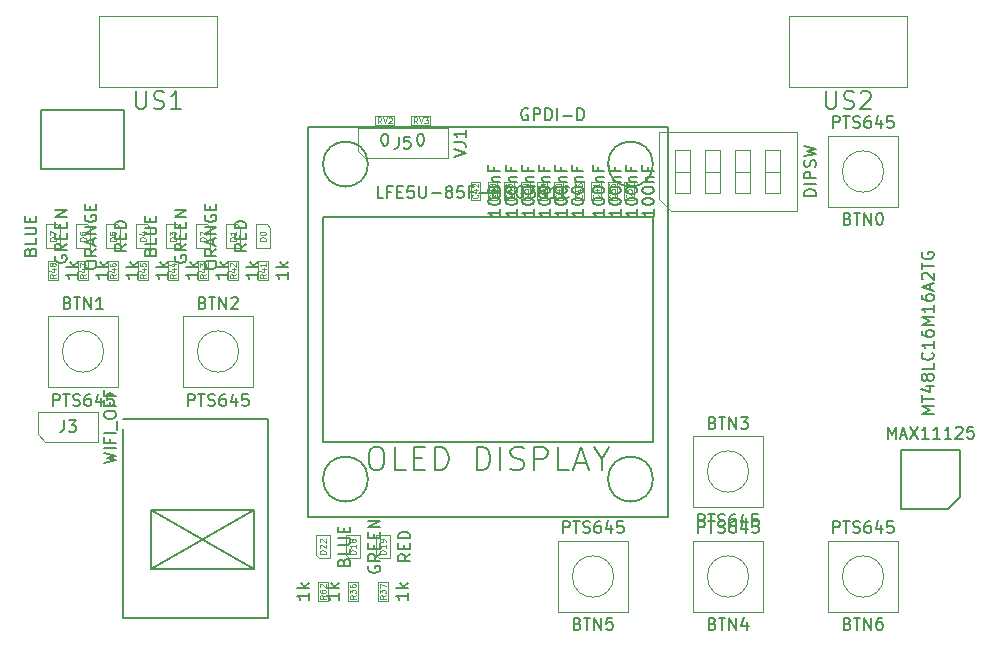
<source format=gbr>
G04 #@! TF.GenerationSoftware,KiCad,Pcbnew,5.0.0-rc2-dev-unknown+dfsg1+20180318-2*
G04 #@! TF.CreationDate,2018-05-10T13:20:57+02:00*
G04 #@! TF.ProjectId,ulx3s,756C7833732E6B696361645F70636200,rev?*
G04 #@! TF.SameCoordinates,Original*
G04 #@! TF.FileFunction,Other,Fab,Top*
%FSLAX46Y46*%
G04 Gerber Fmt 4.6, Leading zero omitted, Abs format (unit mm)*
G04 Created by KiCad (PCBNEW 5.0.0-rc2-dev-unknown+dfsg1+20180318-2) date Thu May 10 13:20:57 2018*
%MOMM*%
%LPD*%
G01*
G04 APERTURE LIST*
%ADD10C,0.100000*%
%ADD11C,0.150000*%
%ADD12C,0.080000*%
G04 APERTURE END LIST*
D10*
X116880000Y-60925000D02*
X116880000Y-66925000D01*
X106880000Y-60925000D02*
X116880000Y-60925000D01*
X106880000Y-66925000D02*
X106880000Y-60925000D01*
X116880000Y-66925000D02*
X106880000Y-66925000D01*
X175300000Y-60925000D02*
X175300000Y-66925000D01*
X165300000Y-60925000D02*
X175300000Y-60925000D01*
X165300000Y-66925000D02*
X165300000Y-60925000D01*
X175300000Y-66925000D02*
X165300000Y-66925000D01*
D11*
X178785000Y-102655000D02*
X174785000Y-102655000D01*
X174785000Y-102655000D02*
X174785000Y-97655000D01*
X174785000Y-97655000D02*
X179785000Y-97655000D01*
X179785000Y-97655000D02*
X179785000Y-101655000D01*
X179785000Y-101655000D02*
X178785000Y-102655000D01*
X153790000Y-73485000D02*
G75*
G03X153790000Y-73485000I-1905000J0D01*
G01*
X129660000Y-73485000D02*
G75*
G03X129660000Y-73485000I-1905000J0D01*
G01*
X129660000Y-100155000D02*
G75*
G03X129660000Y-100155000I-1905000J0D01*
G01*
X153790000Y-100155000D02*
G75*
G03X153790000Y-100155000I-1905000J0D01*
G01*
X153790000Y-77930000D02*
X153790000Y-96980000D01*
X125850000Y-77930000D02*
X153790000Y-77930000D01*
X125850000Y-96980000D02*
X125850000Y-77930000D01*
X153790000Y-96980000D02*
X125850000Y-96980000D01*
X155060000Y-70310000D02*
X155060000Y-103330000D01*
X124580000Y-70310000D02*
X155060000Y-70310000D01*
X124580000Y-103330000D02*
X124580000Y-70310000D01*
X155060000Y-103330000D02*
X124580000Y-103330000D01*
D10*
X174570000Y-77120000D02*
X174570000Y-71120000D01*
X174570000Y-71120000D02*
X168570000Y-71120000D01*
X168570000Y-71120000D02*
X168570000Y-77120000D01*
X168570000Y-77120000D02*
X174570000Y-77120000D01*
X173320714Y-74120000D02*
G75*
G03X173320714Y-74120000I-1750714J0D01*
G01*
X102530000Y-86360000D02*
X102530000Y-92360000D01*
X102530000Y-92360000D02*
X108530000Y-92360000D01*
X108530000Y-92360000D02*
X108530000Y-86360000D01*
X108530000Y-86360000D02*
X102530000Y-86360000D01*
X107280714Y-89360000D02*
G75*
G03X107280714Y-89360000I-1750714J0D01*
G01*
X113960000Y-86360000D02*
X113960000Y-92360000D01*
X113960000Y-92360000D02*
X119960000Y-92360000D01*
X119960000Y-92360000D02*
X119960000Y-86360000D01*
X119960000Y-86360000D02*
X113960000Y-86360000D01*
X118710714Y-89360000D02*
G75*
G03X118710714Y-89360000I-1750714J0D01*
G01*
X157140000Y-96520000D02*
X157140000Y-102520000D01*
X157140000Y-102520000D02*
X163140000Y-102520000D01*
X163140000Y-102520000D02*
X163140000Y-96520000D01*
X163140000Y-96520000D02*
X157140000Y-96520000D01*
X161890714Y-99520000D02*
G75*
G03X161890714Y-99520000I-1750714J0D01*
G01*
X163140000Y-111410000D02*
X163140000Y-105410000D01*
X163140000Y-105410000D02*
X157140000Y-105410000D01*
X157140000Y-105410000D02*
X157140000Y-111410000D01*
X157140000Y-111410000D02*
X163140000Y-111410000D01*
X161890714Y-108410000D02*
G75*
G03X161890714Y-108410000I-1750714J0D01*
G01*
X151710000Y-111410000D02*
X151710000Y-105410000D01*
X151710000Y-105410000D02*
X145710000Y-105410000D01*
X145710000Y-105410000D02*
X145710000Y-111410000D01*
X145710000Y-111410000D02*
X151710000Y-111410000D01*
X150460714Y-108410000D02*
G75*
G03X150460714Y-108410000I-1750714J0D01*
G01*
X174570000Y-111410000D02*
X174570000Y-105410000D01*
X174570000Y-105410000D02*
X168570000Y-105410000D01*
X168570000Y-105410000D02*
X168570000Y-111410000D01*
X168570000Y-111410000D02*
X174570000Y-111410000D01*
X173320714Y-108410000D02*
G75*
G03X173320714Y-108410000I-1750714J0D01*
G01*
X154280000Y-76460000D02*
X154280000Y-70780000D01*
X154280000Y-70780000D02*
X166000000Y-70780000D01*
X166000000Y-70780000D02*
X166000000Y-77460000D01*
X166000000Y-77460000D02*
X155280000Y-77460000D01*
X155280000Y-77460000D02*
X154280000Y-76460000D01*
X155695000Y-75930000D02*
X156965000Y-75930000D01*
X156965000Y-75930000D02*
X156965000Y-72310000D01*
X156965000Y-72310000D02*
X155695000Y-72310000D01*
X155695000Y-72310000D02*
X155695000Y-75930000D01*
X155695000Y-74120000D02*
X156965000Y-74120000D01*
X158235000Y-75930000D02*
X159505000Y-75930000D01*
X159505000Y-75930000D02*
X159505000Y-72310000D01*
X159505000Y-72310000D02*
X158235000Y-72310000D01*
X158235000Y-72310000D02*
X158235000Y-75930000D01*
X158235000Y-74120000D02*
X159505000Y-74120000D01*
X160775000Y-75930000D02*
X162045000Y-75930000D01*
X162045000Y-75930000D02*
X162045000Y-72310000D01*
X162045000Y-72310000D02*
X160775000Y-72310000D01*
X160775000Y-72310000D02*
X160775000Y-75930000D01*
X160775000Y-74120000D02*
X162045000Y-74120000D01*
X163315000Y-75930000D02*
X164585000Y-75930000D01*
X164585000Y-75930000D02*
X164585000Y-72310000D01*
X164585000Y-72310000D02*
X163315000Y-72310000D01*
X163315000Y-72310000D02*
X163315000Y-75930000D01*
X163315000Y-74120000D02*
X164585000Y-74120000D01*
D11*
X120050000Y-102800000D02*
X111250000Y-107750000D01*
X120050000Y-107750000D02*
X111250000Y-102800000D01*
X120050000Y-102800000D02*
X120050000Y-107750000D01*
X111250000Y-102800000D02*
X111250000Y-107750000D01*
X111250000Y-107750000D02*
X120050000Y-107750000D01*
X120050000Y-102800000D02*
X111250000Y-102800000D01*
X121200000Y-95100000D02*
X108900000Y-95100000D01*
X121200000Y-111900000D02*
X121200000Y-95100000D01*
X108900000Y-111900000D02*
X121200000Y-111900000D01*
X108900000Y-95950000D02*
X108900000Y-111900000D01*
X109000000Y-68920000D02*
X109000000Y-73920000D01*
X102000000Y-68920000D02*
X109000000Y-68920000D01*
X102000000Y-73920000D02*
X102000000Y-68920000D01*
X109000000Y-73920000D02*
X102000000Y-73920000D01*
D10*
X150761000Y-76571000D02*
X149961000Y-76571000D01*
X149961000Y-76571000D02*
X149961000Y-74971000D01*
X149961000Y-74971000D02*
X150761000Y-74971000D01*
X150761000Y-74971000D02*
X150761000Y-76571000D01*
X152158000Y-74971000D02*
X152158000Y-76571000D01*
X151358000Y-74971000D02*
X152158000Y-74971000D01*
X151358000Y-76571000D02*
X151358000Y-74971000D01*
X152158000Y-76571000D02*
X151358000Y-76571000D01*
X140601000Y-74971000D02*
X140601000Y-76571000D01*
X139801000Y-74971000D02*
X140601000Y-74971000D01*
X139801000Y-76571000D02*
X139801000Y-74971000D01*
X140601000Y-76571000D02*
X139801000Y-76571000D01*
X143395000Y-76571000D02*
X142595000Y-76571000D01*
X142595000Y-76571000D02*
X142595000Y-74971000D01*
X142595000Y-74971000D02*
X143395000Y-74971000D01*
X143395000Y-74971000D02*
X143395000Y-76571000D01*
X146189000Y-76571000D02*
X145389000Y-76571000D01*
X145389000Y-76571000D02*
X145389000Y-74971000D01*
X145389000Y-74971000D02*
X146189000Y-74971000D01*
X146189000Y-74971000D02*
X146189000Y-76571000D01*
X149364000Y-74971000D02*
X149364000Y-76571000D01*
X148564000Y-74971000D02*
X149364000Y-74971000D01*
X148564000Y-76571000D02*
X148564000Y-74971000D01*
X149364000Y-76571000D02*
X148564000Y-76571000D01*
X139142800Y-76563600D02*
X138342800Y-76563600D01*
X138342800Y-76563600D02*
X138342800Y-74963600D01*
X138342800Y-74963600D02*
X139142800Y-74963600D01*
X139142800Y-74963600D02*
X139142800Y-76563600D01*
X141998000Y-74971000D02*
X141998000Y-76571000D01*
X141198000Y-74971000D02*
X141998000Y-74971000D01*
X141198000Y-76571000D02*
X141198000Y-74971000D01*
X141998000Y-76571000D02*
X141198000Y-76571000D01*
X144792000Y-74971000D02*
X144792000Y-76571000D01*
X143992000Y-74971000D02*
X144792000Y-74971000D01*
X143992000Y-76571000D02*
X143992000Y-74971000D01*
X144792000Y-76571000D02*
X143992000Y-76571000D01*
X147967000Y-76559000D02*
X147167000Y-76559000D01*
X147167000Y-76559000D02*
X147167000Y-74959000D01*
X147167000Y-74959000D02*
X147967000Y-74959000D01*
X147967000Y-74959000D02*
X147967000Y-76559000D01*
X130330000Y-104870000D02*
X130330000Y-106570000D01*
X130330000Y-106570000D02*
X130630000Y-106870000D01*
X130630000Y-106870000D02*
X131530000Y-106870000D01*
X131530000Y-106870000D02*
X131530000Y-104870000D01*
X131530000Y-104870000D02*
X130330000Y-104870000D01*
X121370000Y-80599000D02*
X121370000Y-78899000D01*
X121370000Y-78899000D02*
X121070000Y-78599000D01*
X121070000Y-78599000D02*
X120170000Y-78599000D01*
X120170000Y-78599000D02*
X120170000Y-80599000D01*
X120170000Y-80599000D02*
X121370000Y-80599000D01*
X117630000Y-80599000D02*
X118830000Y-80599000D01*
X117630000Y-78599000D02*
X117630000Y-80599000D01*
X118530000Y-78599000D02*
X117630000Y-78599000D01*
X118830000Y-78899000D02*
X118530000Y-78599000D01*
X118830000Y-80599000D02*
X118830000Y-78899000D01*
X116290000Y-80599000D02*
X116290000Y-78899000D01*
X116290000Y-78899000D02*
X115990000Y-78599000D01*
X115990000Y-78599000D02*
X115090000Y-78599000D01*
X115090000Y-78599000D02*
X115090000Y-80599000D01*
X115090000Y-80599000D02*
X116290000Y-80599000D01*
X113750000Y-80599000D02*
X113750000Y-78899000D01*
X113750000Y-78899000D02*
X113450000Y-78599000D01*
X113450000Y-78599000D02*
X112550000Y-78599000D01*
X112550000Y-78599000D02*
X112550000Y-80599000D01*
X112550000Y-80599000D02*
X113750000Y-80599000D01*
X110010000Y-80599000D02*
X111210000Y-80599000D01*
X110010000Y-78599000D02*
X110010000Y-80599000D01*
X110910000Y-78599000D02*
X110010000Y-78599000D01*
X111210000Y-78899000D02*
X110910000Y-78599000D01*
X111210000Y-80599000D02*
X111210000Y-78899000D01*
X107470000Y-80599000D02*
X108670000Y-80599000D01*
X107470000Y-78599000D02*
X107470000Y-80599000D01*
X108370000Y-78599000D02*
X107470000Y-78599000D01*
X108670000Y-78899000D02*
X108370000Y-78599000D01*
X108670000Y-80599000D02*
X108670000Y-78899000D01*
X106145000Y-80599000D02*
X106145000Y-78899000D01*
X106145000Y-78899000D02*
X105845000Y-78599000D01*
X105845000Y-78599000D02*
X104945000Y-78599000D01*
X104945000Y-78599000D02*
X104945000Y-80599000D01*
X104945000Y-80599000D02*
X106145000Y-80599000D01*
X102390000Y-80599000D02*
X103590000Y-80599000D01*
X102390000Y-78599000D02*
X102390000Y-80599000D01*
X103290000Y-78599000D02*
X102390000Y-78599000D01*
X103590000Y-78899000D02*
X103290000Y-78599000D01*
X103590000Y-80599000D02*
X103590000Y-78899000D01*
X127790000Y-104870000D02*
X127790000Y-106570000D01*
X127790000Y-106570000D02*
X128090000Y-106870000D01*
X128090000Y-106870000D02*
X128990000Y-106870000D01*
X128990000Y-106870000D02*
X128990000Y-104870000D01*
X128990000Y-104870000D02*
X127790000Y-104870000D01*
X126450000Y-104870000D02*
X125250000Y-104870000D01*
X126450000Y-106870000D02*
X126450000Y-104870000D01*
X125550000Y-106870000D02*
X126450000Y-106870000D01*
X125250000Y-106570000D02*
X125550000Y-106870000D01*
X125250000Y-104870000D02*
X125250000Y-106570000D01*
X121170000Y-83302000D02*
X120370000Y-83302000D01*
X120370000Y-83302000D02*
X120370000Y-81702000D01*
X120370000Y-81702000D02*
X121170000Y-81702000D01*
X121170000Y-81702000D02*
X121170000Y-83302000D01*
X118630000Y-81702000D02*
X118630000Y-83302000D01*
X117830000Y-81702000D02*
X118630000Y-81702000D01*
X117830000Y-83302000D02*
X117830000Y-81702000D01*
X118630000Y-83302000D02*
X117830000Y-83302000D01*
X116090000Y-83302000D02*
X115290000Y-83302000D01*
X115290000Y-83302000D02*
X115290000Y-81702000D01*
X115290000Y-81702000D02*
X116090000Y-81702000D01*
X116090000Y-81702000D02*
X116090000Y-83302000D01*
X113550000Y-81702000D02*
X113550000Y-83302000D01*
X112750000Y-81702000D02*
X113550000Y-81702000D01*
X112750000Y-83302000D02*
X112750000Y-81702000D01*
X113550000Y-83302000D02*
X112750000Y-83302000D01*
X111010000Y-81702000D02*
X111010000Y-83302000D01*
X110210000Y-81702000D02*
X111010000Y-81702000D01*
X110210000Y-83302000D02*
X110210000Y-81702000D01*
X111010000Y-83302000D02*
X110210000Y-83302000D01*
X108470000Y-83302000D02*
X107670000Y-83302000D01*
X107670000Y-83302000D02*
X107670000Y-81702000D01*
X107670000Y-81702000D02*
X108470000Y-81702000D01*
X108470000Y-81702000D02*
X108470000Y-83302000D01*
X105930000Y-81702000D02*
X105930000Y-83302000D01*
X105130000Y-81702000D02*
X105930000Y-81702000D01*
X105130000Y-83302000D02*
X105130000Y-81702000D01*
X105930000Y-83302000D02*
X105130000Y-83302000D01*
X103390000Y-83302000D02*
X102590000Y-83302000D01*
X102590000Y-83302000D02*
X102590000Y-81702000D01*
X102590000Y-81702000D02*
X103390000Y-81702000D01*
X103390000Y-81702000D02*
X103390000Y-83302000D01*
X127990000Y-110480000D02*
X127990000Y-108880000D01*
X128790000Y-110480000D02*
X127990000Y-110480000D01*
X128790000Y-108880000D02*
X128790000Y-110480000D01*
X127990000Y-108880000D02*
X128790000Y-108880000D01*
X131330000Y-110480000D02*
X130530000Y-110480000D01*
X130530000Y-110480000D02*
X130530000Y-108880000D01*
X130530000Y-108880000D02*
X131330000Y-108880000D01*
X131330000Y-108880000D02*
X131330000Y-110480000D01*
X125450000Y-108880000D02*
X126250000Y-108880000D01*
X126250000Y-108880000D02*
X126250000Y-110480000D01*
X126250000Y-110480000D02*
X125450000Y-110480000D01*
X125450000Y-110480000D02*
X125450000Y-108880000D01*
X130286001Y-70214500D02*
X130286001Y-69414500D01*
X130286001Y-69414500D02*
X131886001Y-69414500D01*
X131886001Y-69414500D02*
X131886001Y-70214500D01*
X131886001Y-70214500D02*
X130286001Y-70214500D01*
X134920000Y-70214500D02*
X133320000Y-70214500D01*
X134920000Y-69414500D02*
X134920000Y-70214500D01*
X133320000Y-69414500D02*
X134920000Y-69414500D01*
X133320000Y-70214500D02*
X133320000Y-69414500D01*
X101720000Y-96345000D02*
X101720000Y-94440000D01*
X101720000Y-94440000D02*
X106800000Y-94440000D01*
X106800000Y-94440000D02*
X106800000Y-96980000D01*
X106800000Y-96980000D02*
X102355000Y-96980000D01*
X102355000Y-96980000D02*
X101720000Y-96345000D01*
X128786000Y-72360000D02*
X128786000Y-70455000D01*
X128786000Y-70455000D02*
X136406000Y-70455000D01*
X136406000Y-70455000D02*
X136406000Y-72995000D01*
X136406000Y-72995000D02*
X129421000Y-72995000D01*
X129421000Y-72995000D02*
X128786000Y-72360000D01*
D11*
X110022857Y-67329571D02*
X110022857Y-68543857D01*
X110094285Y-68686714D01*
X110165714Y-68758142D01*
X110308571Y-68829571D01*
X110594285Y-68829571D01*
X110737142Y-68758142D01*
X110808571Y-68686714D01*
X110880000Y-68543857D01*
X110880000Y-67329571D01*
X111522857Y-68758142D02*
X111737142Y-68829571D01*
X112094285Y-68829571D01*
X112237142Y-68758142D01*
X112308571Y-68686714D01*
X112380000Y-68543857D01*
X112380000Y-68401000D01*
X112308571Y-68258142D01*
X112237142Y-68186714D01*
X112094285Y-68115285D01*
X111808571Y-68043857D01*
X111665714Y-67972428D01*
X111594285Y-67901000D01*
X111522857Y-67758142D01*
X111522857Y-67615285D01*
X111594285Y-67472428D01*
X111665714Y-67401000D01*
X111808571Y-67329571D01*
X112165714Y-67329571D01*
X112380000Y-67401000D01*
X113808571Y-68829571D02*
X112951428Y-68829571D01*
X113380000Y-68829571D02*
X113380000Y-67329571D01*
X113237142Y-67543857D01*
X113094285Y-67686714D01*
X112951428Y-67758142D01*
X168442857Y-67329571D02*
X168442857Y-68543857D01*
X168514285Y-68686714D01*
X168585714Y-68758142D01*
X168728571Y-68829571D01*
X169014285Y-68829571D01*
X169157142Y-68758142D01*
X169228571Y-68686714D01*
X169300000Y-68543857D01*
X169300000Y-67329571D01*
X169942857Y-68758142D02*
X170157142Y-68829571D01*
X170514285Y-68829571D01*
X170657142Y-68758142D01*
X170728571Y-68686714D01*
X170800000Y-68543857D01*
X170800000Y-68401000D01*
X170728571Y-68258142D01*
X170657142Y-68186714D01*
X170514285Y-68115285D01*
X170228571Y-68043857D01*
X170085714Y-67972428D01*
X170014285Y-67901000D01*
X169942857Y-67758142D01*
X169942857Y-67615285D01*
X170014285Y-67472428D01*
X170085714Y-67401000D01*
X170228571Y-67329571D01*
X170585714Y-67329571D01*
X170800000Y-67401000D01*
X171371428Y-67472428D02*
X171442857Y-67401000D01*
X171585714Y-67329571D01*
X171942857Y-67329571D01*
X172085714Y-67401000D01*
X172157142Y-67472428D01*
X172228571Y-67615285D01*
X172228571Y-67758142D01*
X172157142Y-67972428D01*
X171300000Y-68829571D01*
X172228571Y-68829571D01*
X173665952Y-96732380D02*
X173665952Y-95732380D01*
X173999285Y-96446666D01*
X174332619Y-95732380D01*
X174332619Y-96732380D01*
X174761190Y-96446666D02*
X175237380Y-96446666D01*
X174665952Y-96732380D02*
X174999285Y-95732380D01*
X175332619Y-96732380D01*
X175570714Y-95732380D02*
X176237380Y-96732380D01*
X176237380Y-95732380D02*
X175570714Y-96732380D01*
X177142142Y-96732380D02*
X176570714Y-96732380D01*
X176856428Y-96732380D02*
X176856428Y-95732380D01*
X176761190Y-95875238D01*
X176665952Y-95970476D01*
X176570714Y-96018095D01*
X178094523Y-96732380D02*
X177523095Y-96732380D01*
X177808809Y-96732380D02*
X177808809Y-95732380D01*
X177713571Y-95875238D01*
X177618333Y-95970476D01*
X177523095Y-96018095D01*
X179046904Y-96732380D02*
X178475476Y-96732380D01*
X178761190Y-96732380D02*
X178761190Y-95732380D01*
X178665952Y-95875238D01*
X178570714Y-95970476D01*
X178475476Y-96018095D01*
X179427857Y-95827619D02*
X179475476Y-95780000D01*
X179570714Y-95732380D01*
X179808809Y-95732380D01*
X179904047Y-95780000D01*
X179951666Y-95827619D01*
X179999285Y-95922857D01*
X179999285Y-96018095D01*
X179951666Y-96160952D01*
X179380238Y-96732380D01*
X179999285Y-96732380D01*
X180904047Y-95732380D02*
X180427857Y-95732380D01*
X180380238Y-96208571D01*
X180427857Y-96160952D01*
X180523095Y-96113333D01*
X180761190Y-96113333D01*
X180856428Y-96160952D01*
X180904047Y-96208571D01*
X180951666Y-96303809D01*
X180951666Y-96541904D01*
X180904047Y-96637142D01*
X180856428Y-96684761D01*
X180761190Y-96732380D01*
X180523095Y-96732380D01*
X180427857Y-96684761D01*
X180380238Y-96637142D01*
X130200952Y-97408761D02*
X130581904Y-97408761D01*
X130772380Y-97504000D01*
X130962857Y-97694476D01*
X131058095Y-98075428D01*
X131058095Y-98742095D01*
X130962857Y-99123047D01*
X130772380Y-99313523D01*
X130581904Y-99408761D01*
X130200952Y-99408761D01*
X130010476Y-99313523D01*
X129820000Y-99123047D01*
X129724761Y-98742095D01*
X129724761Y-98075428D01*
X129820000Y-97694476D01*
X130010476Y-97504000D01*
X130200952Y-97408761D01*
X132867619Y-99408761D02*
X131915238Y-99408761D01*
X131915238Y-97408761D01*
X133534285Y-98361142D02*
X134200952Y-98361142D01*
X134486666Y-99408761D02*
X133534285Y-99408761D01*
X133534285Y-97408761D01*
X134486666Y-97408761D01*
X135343809Y-99408761D02*
X135343809Y-97408761D01*
X135820000Y-97408761D01*
X136105714Y-97504000D01*
X136296190Y-97694476D01*
X136391428Y-97884952D01*
X136486666Y-98265904D01*
X136486666Y-98551619D01*
X136391428Y-98932571D01*
X136296190Y-99123047D01*
X136105714Y-99313523D01*
X135820000Y-99408761D01*
X135343809Y-99408761D01*
X138867619Y-99408761D02*
X138867619Y-97408761D01*
X139343809Y-97408761D01*
X139629523Y-97504000D01*
X139820000Y-97694476D01*
X139915238Y-97884952D01*
X140010476Y-98265904D01*
X140010476Y-98551619D01*
X139915238Y-98932571D01*
X139820000Y-99123047D01*
X139629523Y-99313523D01*
X139343809Y-99408761D01*
X138867619Y-99408761D01*
X140867619Y-99408761D02*
X140867619Y-97408761D01*
X141724761Y-99313523D02*
X142010476Y-99408761D01*
X142486666Y-99408761D01*
X142677142Y-99313523D01*
X142772380Y-99218285D01*
X142867619Y-99027809D01*
X142867619Y-98837333D01*
X142772380Y-98646857D01*
X142677142Y-98551619D01*
X142486666Y-98456380D01*
X142105714Y-98361142D01*
X141915238Y-98265904D01*
X141820000Y-98170666D01*
X141724761Y-97980190D01*
X141724761Y-97789714D01*
X141820000Y-97599238D01*
X141915238Y-97504000D01*
X142105714Y-97408761D01*
X142581904Y-97408761D01*
X142867619Y-97504000D01*
X143724761Y-99408761D02*
X143724761Y-97408761D01*
X144486666Y-97408761D01*
X144677142Y-97504000D01*
X144772380Y-97599238D01*
X144867619Y-97789714D01*
X144867619Y-98075428D01*
X144772380Y-98265904D01*
X144677142Y-98361142D01*
X144486666Y-98456380D01*
X143724761Y-98456380D01*
X146677142Y-99408761D02*
X145724761Y-99408761D01*
X145724761Y-97408761D01*
X147248571Y-98837333D02*
X148200952Y-98837333D01*
X147058095Y-99408761D02*
X147724761Y-97408761D01*
X148391428Y-99408761D01*
X149439047Y-98456380D02*
X149439047Y-99408761D01*
X148772380Y-97408761D02*
X149439047Y-98456380D01*
X150105714Y-97408761D01*
X169022380Y-70422380D02*
X169022380Y-69422380D01*
X169403333Y-69422380D01*
X169498571Y-69470000D01*
X169546190Y-69517619D01*
X169593809Y-69612857D01*
X169593809Y-69755714D01*
X169546190Y-69850952D01*
X169498571Y-69898571D01*
X169403333Y-69946190D01*
X169022380Y-69946190D01*
X169879523Y-69422380D02*
X170450952Y-69422380D01*
X170165238Y-70422380D02*
X170165238Y-69422380D01*
X170736666Y-70374761D02*
X170879523Y-70422380D01*
X171117619Y-70422380D01*
X171212857Y-70374761D01*
X171260476Y-70327142D01*
X171308095Y-70231904D01*
X171308095Y-70136666D01*
X171260476Y-70041428D01*
X171212857Y-69993809D01*
X171117619Y-69946190D01*
X170927142Y-69898571D01*
X170831904Y-69850952D01*
X170784285Y-69803333D01*
X170736666Y-69708095D01*
X170736666Y-69612857D01*
X170784285Y-69517619D01*
X170831904Y-69470000D01*
X170927142Y-69422380D01*
X171165238Y-69422380D01*
X171308095Y-69470000D01*
X172165238Y-69422380D02*
X171974761Y-69422380D01*
X171879523Y-69470000D01*
X171831904Y-69517619D01*
X171736666Y-69660476D01*
X171689047Y-69850952D01*
X171689047Y-70231904D01*
X171736666Y-70327142D01*
X171784285Y-70374761D01*
X171879523Y-70422380D01*
X172070000Y-70422380D01*
X172165238Y-70374761D01*
X172212857Y-70327142D01*
X172260476Y-70231904D01*
X172260476Y-69993809D01*
X172212857Y-69898571D01*
X172165238Y-69850952D01*
X172070000Y-69803333D01*
X171879523Y-69803333D01*
X171784285Y-69850952D01*
X171736666Y-69898571D01*
X171689047Y-69993809D01*
X173117619Y-69755714D02*
X173117619Y-70422380D01*
X172879523Y-69374761D02*
X172641428Y-70089047D01*
X173260476Y-70089047D01*
X174117619Y-69422380D02*
X173641428Y-69422380D01*
X173593809Y-69898571D01*
X173641428Y-69850952D01*
X173736666Y-69803333D01*
X173974761Y-69803333D01*
X174070000Y-69850952D01*
X174117619Y-69898571D01*
X174165238Y-69993809D01*
X174165238Y-70231904D01*
X174117619Y-70327142D01*
X174070000Y-70374761D01*
X173974761Y-70422380D01*
X173736666Y-70422380D01*
X173641428Y-70374761D01*
X173593809Y-70327142D01*
X170260476Y-78098571D02*
X170403333Y-78146190D01*
X170450952Y-78193809D01*
X170498571Y-78289047D01*
X170498571Y-78431904D01*
X170450952Y-78527142D01*
X170403333Y-78574761D01*
X170308095Y-78622380D01*
X169927142Y-78622380D01*
X169927142Y-77622380D01*
X170260476Y-77622380D01*
X170355714Y-77670000D01*
X170403333Y-77717619D01*
X170450952Y-77812857D01*
X170450952Y-77908095D01*
X170403333Y-78003333D01*
X170355714Y-78050952D01*
X170260476Y-78098571D01*
X169927142Y-78098571D01*
X170784285Y-77622380D02*
X171355714Y-77622380D01*
X171070000Y-78622380D02*
X171070000Y-77622380D01*
X171689047Y-78622380D02*
X171689047Y-77622380D01*
X172260476Y-78622380D01*
X172260476Y-77622380D01*
X172927142Y-77622380D02*
X173022380Y-77622380D01*
X173117619Y-77670000D01*
X173165238Y-77717619D01*
X173212857Y-77812857D01*
X173260476Y-78003333D01*
X173260476Y-78241428D01*
X173212857Y-78431904D01*
X173165238Y-78527142D01*
X173117619Y-78574761D01*
X173022380Y-78622380D01*
X172927142Y-78622380D01*
X172831904Y-78574761D01*
X172784285Y-78527142D01*
X172736666Y-78431904D01*
X172689047Y-78241428D01*
X172689047Y-78003333D01*
X172736666Y-77812857D01*
X172784285Y-77717619D01*
X172831904Y-77670000D01*
X172927142Y-77622380D01*
X102982380Y-93962380D02*
X102982380Y-92962380D01*
X103363333Y-92962380D01*
X103458571Y-93010000D01*
X103506190Y-93057619D01*
X103553809Y-93152857D01*
X103553809Y-93295714D01*
X103506190Y-93390952D01*
X103458571Y-93438571D01*
X103363333Y-93486190D01*
X102982380Y-93486190D01*
X103839523Y-92962380D02*
X104410952Y-92962380D01*
X104125238Y-93962380D02*
X104125238Y-92962380D01*
X104696666Y-93914761D02*
X104839523Y-93962380D01*
X105077619Y-93962380D01*
X105172857Y-93914761D01*
X105220476Y-93867142D01*
X105268095Y-93771904D01*
X105268095Y-93676666D01*
X105220476Y-93581428D01*
X105172857Y-93533809D01*
X105077619Y-93486190D01*
X104887142Y-93438571D01*
X104791904Y-93390952D01*
X104744285Y-93343333D01*
X104696666Y-93248095D01*
X104696666Y-93152857D01*
X104744285Y-93057619D01*
X104791904Y-93010000D01*
X104887142Y-92962380D01*
X105125238Y-92962380D01*
X105268095Y-93010000D01*
X106125238Y-92962380D02*
X105934761Y-92962380D01*
X105839523Y-93010000D01*
X105791904Y-93057619D01*
X105696666Y-93200476D01*
X105649047Y-93390952D01*
X105649047Y-93771904D01*
X105696666Y-93867142D01*
X105744285Y-93914761D01*
X105839523Y-93962380D01*
X106030000Y-93962380D01*
X106125238Y-93914761D01*
X106172857Y-93867142D01*
X106220476Y-93771904D01*
X106220476Y-93533809D01*
X106172857Y-93438571D01*
X106125238Y-93390952D01*
X106030000Y-93343333D01*
X105839523Y-93343333D01*
X105744285Y-93390952D01*
X105696666Y-93438571D01*
X105649047Y-93533809D01*
X107077619Y-93295714D02*
X107077619Y-93962380D01*
X106839523Y-92914761D02*
X106601428Y-93629047D01*
X107220476Y-93629047D01*
X108077619Y-92962380D02*
X107601428Y-92962380D01*
X107553809Y-93438571D01*
X107601428Y-93390952D01*
X107696666Y-93343333D01*
X107934761Y-93343333D01*
X108030000Y-93390952D01*
X108077619Y-93438571D01*
X108125238Y-93533809D01*
X108125238Y-93771904D01*
X108077619Y-93867142D01*
X108030000Y-93914761D01*
X107934761Y-93962380D01*
X107696666Y-93962380D01*
X107601428Y-93914761D01*
X107553809Y-93867142D01*
X104220476Y-85238571D02*
X104363333Y-85286190D01*
X104410952Y-85333809D01*
X104458571Y-85429047D01*
X104458571Y-85571904D01*
X104410952Y-85667142D01*
X104363333Y-85714761D01*
X104268095Y-85762380D01*
X103887142Y-85762380D01*
X103887142Y-84762380D01*
X104220476Y-84762380D01*
X104315714Y-84810000D01*
X104363333Y-84857619D01*
X104410952Y-84952857D01*
X104410952Y-85048095D01*
X104363333Y-85143333D01*
X104315714Y-85190952D01*
X104220476Y-85238571D01*
X103887142Y-85238571D01*
X104744285Y-84762380D02*
X105315714Y-84762380D01*
X105030000Y-85762380D02*
X105030000Y-84762380D01*
X105649047Y-85762380D02*
X105649047Y-84762380D01*
X106220476Y-85762380D01*
X106220476Y-84762380D01*
X107220476Y-85762380D02*
X106649047Y-85762380D01*
X106934761Y-85762380D02*
X106934761Y-84762380D01*
X106839523Y-84905238D01*
X106744285Y-85000476D01*
X106649047Y-85048095D01*
X114412380Y-93962380D02*
X114412380Y-92962380D01*
X114793333Y-92962380D01*
X114888571Y-93010000D01*
X114936190Y-93057619D01*
X114983809Y-93152857D01*
X114983809Y-93295714D01*
X114936190Y-93390952D01*
X114888571Y-93438571D01*
X114793333Y-93486190D01*
X114412380Y-93486190D01*
X115269523Y-92962380D02*
X115840952Y-92962380D01*
X115555238Y-93962380D02*
X115555238Y-92962380D01*
X116126666Y-93914761D02*
X116269523Y-93962380D01*
X116507619Y-93962380D01*
X116602857Y-93914761D01*
X116650476Y-93867142D01*
X116698095Y-93771904D01*
X116698095Y-93676666D01*
X116650476Y-93581428D01*
X116602857Y-93533809D01*
X116507619Y-93486190D01*
X116317142Y-93438571D01*
X116221904Y-93390952D01*
X116174285Y-93343333D01*
X116126666Y-93248095D01*
X116126666Y-93152857D01*
X116174285Y-93057619D01*
X116221904Y-93010000D01*
X116317142Y-92962380D01*
X116555238Y-92962380D01*
X116698095Y-93010000D01*
X117555238Y-92962380D02*
X117364761Y-92962380D01*
X117269523Y-93010000D01*
X117221904Y-93057619D01*
X117126666Y-93200476D01*
X117079047Y-93390952D01*
X117079047Y-93771904D01*
X117126666Y-93867142D01*
X117174285Y-93914761D01*
X117269523Y-93962380D01*
X117460000Y-93962380D01*
X117555238Y-93914761D01*
X117602857Y-93867142D01*
X117650476Y-93771904D01*
X117650476Y-93533809D01*
X117602857Y-93438571D01*
X117555238Y-93390952D01*
X117460000Y-93343333D01*
X117269523Y-93343333D01*
X117174285Y-93390952D01*
X117126666Y-93438571D01*
X117079047Y-93533809D01*
X118507619Y-93295714D02*
X118507619Y-93962380D01*
X118269523Y-92914761D02*
X118031428Y-93629047D01*
X118650476Y-93629047D01*
X119507619Y-92962380D02*
X119031428Y-92962380D01*
X118983809Y-93438571D01*
X119031428Y-93390952D01*
X119126666Y-93343333D01*
X119364761Y-93343333D01*
X119460000Y-93390952D01*
X119507619Y-93438571D01*
X119555238Y-93533809D01*
X119555238Y-93771904D01*
X119507619Y-93867142D01*
X119460000Y-93914761D01*
X119364761Y-93962380D01*
X119126666Y-93962380D01*
X119031428Y-93914761D01*
X118983809Y-93867142D01*
X115650476Y-85238571D02*
X115793333Y-85286190D01*
X115840952Y-85333809D01*
X115888571Y-85429047D01*
X115888571Y-85571904D01*
X115840952Y-85667142D01*
X115793333Y-85714761D01*
X115698095Y-85762380D01*
X115317142Y-85762380D01*
X115317142Y-84762380D01*
X115650476Y-84762380D01*
X115745714Y-84810000D01*
X115793333Y-84857619D01*
X115840952Y-84952857D01*
X115840952Y-85048095D01*
X115793333Y-85143333D01*
X115745714Y-85190952D01*
X115650476Y-85238571D01*
X115317142Y-85238571D01*
X116174285Y-84762380D02*
X116745714Y-84762380D01*
X116460000Y-85762380D02*
X116460000Y-84762380D01*
X117079047Y-85762380D02*
X117079047Y-84762380D01*
X117650476Y-85762380D01*
X117650476Y-84762380D01*
X118079047Y-84857619D02*
X118126666Y-84810000D01*
X118221904Y-84762380D01*
X118460000Y-84762380D01*
X118555238Y-84810000D01*
X118602857Y-84857619D01*
X118650476Y-84952857D01*
X118650476Y-85048095D01*
X118602857Y-85190952D01*
X118031428Y-85762380D01*
X118650476Y-85762380D01*
X157592380Y-104122380D02*
X157592380Y-103122380D01*
X157973333Y-103122380D01*
X158068571Y-103170000D01*
X158116190Y-103217619D01*
X158163809Y-103312857D01*
X158163809Y-103455714D01*
X158116190Y-103550952D01*
X158068571Y-103598571D01*
X157973333Y-103646190D01*
X157592380Y-103646190D01*
X158449523Y-103122380D02*
X159020952Y-103122380D01*
X158735238Y-104122380D02*
X158735238Y-103122380D01*
X159306666Y-104074761D02*
X159449523Y-104122380D01*
X159687619Y-104122380D01*
X159782857Y-104074761D01*
X159830476Y-104027142D01*
X159878095Y-103931904D01*
X159878095Y-103836666D01*
X159830476Y-103741428D01*
X159782857Y-103693809D01*
X159687619Y-103646190D01*
X159497142Y-103598571D01*
X159401904Y-103550952D01*
X159354285Y-103503333D01*
X159306666Y-103408095D01*
X159306666Y-103312857D01*
X159354285Y-103217619D01*
X159401904Y-103170000D01*
X159497142Y-103122380D01*
X159735238Y-103122380D01*
X159878095Y-103170000D01*
X160735238Y-103122380D02*
X160544761Y-103122380D01*
X160449523Y-103170000D01*
X160401904Y-103217619D01*
X160306666Y-103360476D01*
X160259047Y-103550952D01*
X160259047Y-103931904D01*
X160306666Y-104027142D01*
X160354285Y-104074761D01*
X160449523Y-104122380D01*
X160640000Y-104122380D01*
X160735238Y-104074761D01*
X160782857Y-104027142D01*
X160830476Y-103931904D01*
X160830476Y-103693809D01*
X160782857Y-103598571D01*
X160735238Y-103550952D01*
X160640000Y-103503333D01*
X160449523Y-103503333D01*
X160354285Y-103550952D01*
X160306666Y-103598571D01*
X160259047Y-103693809D01*
X161687619Y-103455714D02*
X161687619Y-104122380D01*
X161449523Y-103074761D02*
X161211428Y-103789047D01*
X161830476Y-103789047D01*
X162687619Y-103122380D02*
X162211428Y-103122380D01*
X162163809Y-103598571D01*
X162211428Y-103550952D01*
X162306666Y-103503333D01*
X162544761Y-103503333D01*
X162640000Y-103550952D01*
X162687619Y-103598571D01*
X162735238Y-103693809D01*
X162735238Y-103931904D01*
X162687619Y-104027142D01*
X162640000Y-104074761D01*
X162544761Y-104122380D01*
X162306666Y-104122380D01*
X162211428Y-104074761D01*
X162163809Y-104027142D01*
X158830476Y-95398571D02*
X158973333Y-95446190D01*
X159020952Y-95493809D01*
X159068571Y-95589047D01*
X159068571Y-95731904D01*
X159020952Y-95827142D01*
X158973333Y-95874761D01*
X158878095Y-95922380D01*
X158497142Y-95922380D01*
X158497142Y-94922380D01*
X158830476Y-94922380D01*
X158925714Y-94970000D01*
X158973333Y-95017619D01*
X159020952Y-95112857D01*
X159020952Y-95208095D01*
X158973333Y-95303333D01*
X158925714Y-95350952D01*
X158830476Y-95398571D01*
X158497142Y-95398571D01*
X159354285Y-94922380D02*
X159925714Y-94922380D01*
X159640000Y-95922380D02*
X159640000Y-94922380D01*
X160259047Y-95922380D02*
X160259047Y-94922380D01*
X160830476Y-95922380D01*
X160830476Y-94922380D01*
X161211428Y-94922380D02*
X161830476Y-94922380D01*
X161497142Y-95303333D01*
X161640000Y-95303333D01*
X161735238Y-95350952D01*
X161782857Y-95398571D01*
X161830476Y-95493809D01*
X161830476Y-95731904D01*
X161782857Y-95827142D01*
X161735238Y-95874761D01*
X161640000Y-95922380D01*
X161354285Y-95922380D01*
X161259047Y-95874761D01*
X161211428Y-95827142D01*
X157592380Y-104712380D02*
X157592380Y-103712380D01*
X157973333Y-103712380D01*
X158068571Y-103760000D01*
X158116190Y-103807619D01*
X158163809Y-103902857D01*
X158163809Y-104045714D01*
X158116190Y-104140952D01*
X158068571Y-104188571D01*
X157973333Y-104236190D01*
X157592380Y-104236190D01*
X158449523Y-103712380D02*
X159020952Y-103712380D01*
X158735238Y-104712380D02*
X158735238Y-103712380D01*
X159306666Y-104664761D02*
X159449523Y-104712380D01*
X159687619Y-104712380D01*
X159782857Y-104664761D01*
X159830476Y-104617142D01*
X159878095Y-104521904D01*
X159878095Y-104426666D01*
X159830476Y-104331428D01*
X159782857Y-104283809D01*
X159687619Y-104236190D01*
X159497142Y-104188571D01*
X159401904Y-104140952D01*
X159354285Y-104093333D01*
X159306666Y-103998095D01*
X159306666Y-103902857D01*
X159354285Y-103807619D01*
X159401904Y-103760000D01*
X159497142Y-103712380D01*
X159735238Y-103712380D01*
X159878095Y-103760000D01*
X160735238Y-103712380D02*
X160544761Y-103712380D01*
X160449523Y-103760000D01*
X160401904Y-103807619D01*
X160306666Y-103950476D01*
X160259047Y-104140952D01*
X160259047Y-104521904D01*
X160306666Y-104617142D01*
X160354285Y-104664761D01*
X160449523Y-104712380D01*
X160640000Y-104712380D01*
X160735238Y-104664761D01*
X160782857Y-104617142D01*
X160830476Y-104521904D01*
X160830476Y-104283809D01*
X160782857Y-104188571D01*
X160735238Y-104140952D01*
X160640000Y-104093333D01*
X160449523Y-104093333D01*
X160354285Y-104140952D01*
X160306666Y-104188571D01*
X160259047Y-104283809D01*
X161687619Y-104045714D02*
X161687619Y-104712380D01*
X161449523Y-103664761D02*
X161211428Y-104379047D01*
X161830476Y-104379047D01*
X162687619Y-103712380D02*
X162211428Y-103712380D01*
X162163809Y-104188571D01*
X162211428Y-104140952D01*
X162306666Y-104093333D01*
X162544761Y-104093333D01*
X162640000Y-104140952D01*
X162687619Y-104188571D01*
X162735238Y-104283809D01*
X162735238Y-104521904D01*
X162687619Y-104617142D01*
X162640000Y-104664761D01*
X162544761Y-104712380D01*
X162306666Y-104712380D01*
X162211428Y-104664761D01*
X162163809Y-104617142D01*
X158830476Y-112388571D02*
X158973333Y-112436190D01*
X159020952Y-112483809D01*
X159068571Y-112579047D01*
X159068571Y-112721904D01*
X159020952Y-112817142D01*
X158973333Y-112864761D01*
X158878095Y-112912380D01*
X158497142Y-112912380D01*
X158497142Y-111912380D01*
X158830476Y-111912380D01*
X158925714Y-111960000D01*
X158973333Y-112007619D01*
X159020952Y-112102857D01*
X159020952Y-112198095D01*
X158973333Y-112293333D01*
X158925714Y-112340952D01*
X158830476Y-112388571D01*
X158497142Y-112388571D01*
X159354285Y-111912380D02*
X159925714Y-111912380D01*
X159640000Y-112912380D02*
X159640000Y-111912380D01*
X160259047Y-112912380D02*
X160259047Y-111912380D01*
X160830476Y-112912380D01*
X160830476Y-111912380D01*
X161735238Y-112245714D02*
X161735238Y-112912380D01*
X161497142Y-111864761D02*
X161259047Y-112579047D01*
X161878095Y-112579047D01*
X146162380Y-104712380D02*
X146162380Y-103712380D01*
X146543333Y-103712380D01*
X146638571Y-103760000D01*
X146686190Y-103807619D01*
X146733809Y-103902857D01*
X146733809Y-104045714D01*
X146686190Y-104140952D01*
X146638571Y-104188571D01*
X146543333Y-104236190D01*
X146162380Y-104236190D01*
X147019523Y-103712380D02*
X147590952Y-103712380D01*
X147305238Y-104712380D02*
X147305238Y-103712380D01*
X147876666Y-104664761D02*
X148019523Y-104712380D01*
X148257619Y-104712380D01*
X148352857Y-104664761D01*
X148400476Y-104617142D01*
X148448095Y-104521904D01*
X148448095Y-104426666D01*
X148400476Y-104331428D01*
X148352857Y-104283809D01*
X148257619Y-104236190D01*
X148067142Y-104188571D01*
X147971904Y-104140952D01*
X147924285Y-104093333D01*
X147876666Y-103998095D01*
X147876666Y-103902857D01*
X147924285Y-103807619D01*
X147971904Y-103760000D01*
X148067142Y-103712380D01*
X148305238Y-103712380D01*
X148448095Y-103760000D01*
X149305238Y-103712380D02*
X149114761Y-103712380D01*
X149019523Y-103760000D01*
X148971904Y-103807619D01*
X148876666Y-103950476D01*
X148829047Y-104140952D01*
X148829047Y-104521904D01*
X148876666Y-104617142D01*
X148924285Y-104664761D01*
X149019523Y-104712380D01*
X149210000Y-104712380D01*
X149305238Y-104664761D01*
X149352857Y-104617142D01*
X149400476Y-104521904D01*
X149400476Y-104283809D01*
X149352857Y-104188571D01*
X149305238Y-104140952D01*
X149210000Y-104093333D01*
X149019523Y-104093333D01*
X148924285Y-104140952D01*
X148876666Y-104188571D01*
X148829047Y-104283809D01*
X150257619Y-104045714D02*
X150257619Y-104712380D01*
X150019523Y-103664761D02*
X149781428Y-104379047D01*
X150400476Y-104379047D01*
X151257619Y-103712380D02*
X150781428Y-103712380D01*
X150733809Y-104188571D01*
X150781428Y-104140952D01*
X150876666Y-104093333D01*
X151114761Y-104093333D01*
X151210000Y-104140952D01*
X151257619Y-104188571D01*
X151305238Y-104283809D01*
X151305238Y-104521904D01*
X151257619Y-104617142D01*
X151210000Y-104664761D01*
X151114761Y-104712380D01*
X150876666Y-104712380D01*
X150781428Y-104664761D01*
X150733809Y-104617142D01*
X147400476Y-112388571D02*
X147543333Y-112436190D01*
X147590952Y-112483809D01*
X147638571Y-112579047D01*
X147638571Y-112721904D01*
X147590952Y-112817142D01*
X147543333Y-112864761D01*
X147448095Y-112912380D01*
X147067142Y-112912380D01*
X147067142Y-111912380D01*
X147400476Y-111912380D01*
X147495714Y-111960000D01*
X147543333Y-112007619D01*
X147590952Y-112102857D01*
X147590952Y-112198095D01*
X147543333Y-112293333D01*
X147495714Y-112340952D01*
X147400476Y-112388571D01*
X147067142Y-112388571D01*
X147924285Y-111912380D02*
X148495714Y-111912380D01*
X148210000Y-112912380D02*
X148210000Y-111912380D01*
X148829047Y-112912380D02*
X148829047Y-111912380D01*
X149400476Y-112912380D01*
X149400476Y-111912380D01*
X150352857Y-111912380D02*
X149876666Y-111912380D01*
X149829047Y-112388571D01*
X149876666Y-112340952D01*
X149971904Y-112293333D01*
X150210000Y-112293333D01*
X150305238Y-112340952D01*
X150352857Y-112388571D01*
X150400476Y-112483809D01*
X150400476Y-112721904D01*
X150352857Y-112817142D01*
X150305238Y-112864761D01*
X150210000Y-112912380D01*
X149971904Y-112912380D01*
X149876666Y-112864761D01*
X149829047Y-112817142D01*
X169022380Y-104712380D02*
X169022380Y-103712380D01*
X169403333Y-103712380D01*
X169498571Y-103760000D01*
X169546190Y-103807619D01*
X169593809Y-103902857D01*
X169593809Y-104045714D01*
X169546190Y-104140952D01*
X169498571Y-104188571D01*
X169403333Y-104236190D01*
X169022380Y-104236190D01*
X169879523Y-103712380D02*
X170450952Y-103712380D01*
X170165238Y-104712380D02*
X170165238Y-103712380D01*
X170736666Y-104664761D02*
X170879523Y-104712380D01*
X171117619Y-104712380D01*
X171212857Y-104664761D01*
X171260476Y-104617142D01*
X171308095Y-104521904D01*
X171308095Y-104426666D01*
X171260476Y-104331428D01*
X171212857Y-104283809D01*
X171117619Y-104236190D01*
X170927142Y-104188571D01*
X170831904Y-104140952D01*
X170784285Y-104093333D01*
X170736666Y-103998095D01*
X170736666Y-103902857D01*
X170784285Y-103807619D01*
X170831904Y-103760000D01*
X170927142Y-103712380D01*
X171165238Y-103712380D01*
X171308095Y-103760000D01*
X172165238Y-103712380D02*
X171974761Y-103712380D01*
X171879523Y-103760000D01*
X171831904Y-103807619D01*
X171736666Y-103950476D01*
X171689047Y-104140952D01*
X171689047Y-104521904D01*
X171736666Y-104617142D01*
X171784285Y-104664761D01*
X171879523Y-104712380D01*
X172070000Y-104712380D01*
X172165238Y-104664761D01*
X172212857Y-104617142D01*
X172260476Y-104521904D01*
X172260476Y-104283809D01*
X172212857Y-104188571D01*
X172165238Y-104140952D01*
X172070000Y-104093333D01*
X171879523Y-104093333D01*
X171784285Y-104140952D01*
X171736666Y-104188571D01*
X171689047Y-104283809D01*
X173117619Y-104045714D02*
X173117619Y-104712380D01*
X172879523Y-103664761D02*
X172641428Y-104379047D01*
X173260476Y-104379047D01*
X174117619Y-103712380D02*
X173641428Y-103712380D01*
X173593809Y-104188571D01*
X173641428Y-104140952D01*
X173736666Y-104093333D01*
X173974761Y-104093333D01*
X174070000Y-104140952D01*
X174117619Y-104188571D01*
X174165238Y-104283809D01*
X174165238Y-104521904D01*
X174117619Y-104617142D01*
X174070000Y-104664761D01*
X173974761Y-104712380D01*
X173736666Y-104712380D01*
X173641428Y-104664761D01*
X173593809Y-104617142D01*
X170260476Y-112388571D02*
X170403333Y-112436190D01*
X170450952Y-112483809D01*
X170498571Y-112579047D01*
X170498571Y-112721904D01*
X170450952Y-112817142D01*
X170403333Y-112864761D01*
X170308095Y-112912380D01*
X169927142Y-112912380D01*
X169927142Y-111912380D01*
X170260476Y-111912380D01*
X170355714Y-111960000D01*
X170403333Y-112007619D01*
X170450952Y-112102857D01*
X170450952Y-112198095D01*
X170403333Y-112293333D01*
X170355714Y-112340952D01*
X170260476Y-112388571D01*
X169927142Y-112388571D01*
X170784285Y-111912380D02*
X171355714Y-111912380D01*
X171070000Y-112912380D02*
X171070000Y-111912380D01*
X171689047Y-112912380D02*
X171689047Y-111912380D01*
X172260476Y-112912380D01*
X172260476Y-111912380D01*
X173165238Y-111912380D02*
X172974761Y-111912380D01*
X172879523Y-111960000D01*
X172831904Y-112007619D01*
X172736666Y-112150476D01*
X172689047Y-112340952D01*
X172689047Y-112721904D01*
X172736666Y-112817142D01*
X172784285Y-112864761D01*
X172879523Y-112912380D01*
X173070000Y-112912380D01*
X173165238Y-112864761D01*
X173212857Y-112817142D01*
X173260476Y-112721904D01*
X173260476Y-112483809D01*
X173212857Y-112388571D01*
X173165238Y-112340952D01*
X173070000Y-112293333D01*
X172879523Y-112293333D01*
X172784285Y-112340952D01*
X172736666Y-112388571D01*
X172689047Y-112483809D01*
X167572380Y-76167619D02*
X166572380Y-76167619D01*
X166572380Y-75929523D01*
X166620000Y-75786666D01*
X166715238Y-75691428D01*
X166810476Y-75643809D01*
X167000952Y-75596190D01*
X167143809Y-75596190D01*
X167334285Y-75643809D01*
X167429523Y-75691428D01*
X167524761Y-75786666D01*
X167572380Y-75929523D01*
X167572380Y-76167619D01*
X167572380Y-75167619D02*
X166572380Y-75167619D01*
X167572380Y-74691428D02*
X166572380Y-74691428D01*
X166572380Y-74310476D01*
X166620000Y-74215238D01*
X166667619Y-74167619D01*
X166762857Y-74120000D01*
X166905714Y-74120000D01*
X167000952Y-74167619D01*
X167048571Y-74215238D01*
X167096190Y-74310476D01*
X167096190Y-74691428D01*
X167524761Y-73739047D02*
X167572380Y-73596190D01*
X167572380Y-73358095D01*
X167524761Y-73262857D01*
X167477142Y-73215238D01*
X167381904Y-73167619D01*
X167286666Y-73167619D01*
X167191428Y-73215238D01*
X167143809Y-73262857D01*
X167096190Y-73358095D01*
X167048571Y-73548571D01*
X167000952Y-73643809D01*
X166953333Y-73691428D01*
X166858095Y-73739047D01*
X166762857Y-73739047D01*
X166667619Y-73691428D01*
X166620000Y-73643809D01*
X166572380Y-73548571D01*
X166572380Y-73310476D01*
X166620000Y-73167619D01*
X166572380Y-72834285D02*
X167572380Y-72596190D01*
X166858095Y-72405714D01*
X167572380Y-72215238D01*
X166572380Y-71977142D01*
X130954761Y-76350380D02*
X130478571Y-76350380D01*
X130478571Y-75350380D01*
X131621428Y-75826571D02*
X131288095Y-75826571D01*
X131288095Y-76350380D02*
X131288095Y-75350380D01*
X131764285Y-75350380D01*
X132145238Y-75826571D02*
X132478571Y-75826571D01*
X132621428Y-76350380D02*
X132145238Y-76350380D01*
X132145238Y-75350380D01*
X132621428Y-75350380D01*
X133526190Y-75350380D02*
X133050000Y-75350380D01*
X133002380Y-75826571D01*
X133050000Y-75778952D01*
X133145238Y-75731333D01*
X133383333Y-75731333D01*
X133478571Y-75778952D01*
X133526190Y-75826571D01*
X133573809Y-75921809D01*
X133573809Y-76159904D01*
X133526190Y-76255142D01*
X133478571Y-76302761D01*
X133383333Y-76350380D01*
X133145238Y-76350380D01*
X133050000Y-76302761D01*
X133002380Y-76255142D01*
X134002380Y-75350380D02*
X134002380Y-76159904D01*
X134050000Y-76255142D01*
X134097619Y-76302761D01*
X134192857Y-76350380D01*
X134383333Y-76350380D01*
X134478571Y-76302761D01*
X134526190Y-76255142D01*
X134573809Y-76159904D01*
X134573809Y-75350380D01*
X135050000Y-75969428D02*
X135811904Y-75969428D01*
X136430952Y-75778952D02*
X136335714Y-75731333D01*
X136288095Y-75683714D01*
X136240476Y-75588476D01*
X136240476Y-75540857D01*
X136288095Y-75445619D01*
X136335714Y-75398000D01*
X136430952Y-75350380D01*
X136621428Y-75350380D01*
X136716666Y-75398000D01*
X136764285Y-75445619D01*
X136811904Y-75540857D01*
X136811904Y-75588476D01*
X136764285Y-75683714D01*
X136716666Y-75731333D01*
X136621428Y-75778952D01*
X136430952Y-75778952D01*
X136335714Y-75826571D01*
X136288095Y-75874190D01*
X136240476Y-75969428D01*
X136240476Y-76159904D01*
X136288095Y-76255142D01*
X136335714Y-76302761D01*
X136430952Y-76350380D01*
X136621428Y-76350380D01*
X136716666Y-76302761D01*
X136764285Y-76255142D01*
X136811904Y-76159904D01*
X136811904Y-75969428D01*
X136764285Y-75874190D01*
X136716666Y-75826571D01*
X136621428Y-75778952D01*
X137716666Y-75350380D02*
X137240476Y-75350380D01*
X137192857Y-75826571D01*
X137240476Y-75778952D01*
X137335714Y-75731333D01*
X137573809Y-75731333D01*
X137669047Y-75778952D01*
X137716666Y-75826571D01*
X137764285Y-75921809D01*
X137764285Y-76159904D01*
X137716666Y-76255142D01*
X137669047Y-76302761D01*
X137573809Y-76350380D01*
X137335714Y-76350380D01*
X137240476Y-76302761D01*
X137192857Y-76255142D01*
X138526190Y-75826571D02*
X138192857Y-75826571D01*
X138192857Y-76350380D02*
X138192857Y-75350380D01*
X138669047Y-75350380D01*
X139050000Y-75969428D02*
X139811904Y-75969428D01*
X140716666Y-75350380D02*
X140526190Y-75350380D01*
X140430952Y-75398000D01*
X140383333Y-75445619D01*
X140288095Y-75588476D01*
X140240476Y-75778952D01*
X140240476Y-76159904D01*
X140288095Y-76255142D01*
X140335714Y-76302761D01*
X140430952Y-76350380D01*
X140621428Y-76350380D01*
X140716666Y-76302761D01*
X140764285Y-76255142D01*
X140811904Y-76159904D01*
X140811904Y-75921809D01*
X140764285Y-75826571D01*
X140716666Y-75778952D01*
X140621428Y-75731333D01*
X140430952Y-75731333D01*
X140335714Y-75778952D01*
X140288095Y-75826571D01*
X140240476Y-75921809D01*
X141573809Y-75826571D02*
X141716666Y-75874190D01*
X141764285Y-75921809D01*
X141811904Y-76017047D01*
X141811904Y-76159904D01*
X141764285Y-76255142D01*
X141716666Y-76302761D01*
X141621428Y-76350380D01*
X141240476Y-76350380D01*
X141240476Y-75350380D01*
X141573809Y-75350380D01*
X141669047Y-75398000D01*
X141716666Y-75445619D01*
X141764285Y-75540857D01*
X141764285Y-75636095D01*
X141716666Y-75731333D01*
X141669047Y-75778952D01*
X141573809Y-75826571D01*
X141240476Y-75826571D01*
X142764285Y-75398000D02*
X142669047Y-75350380D01*
X142526190Y-75350380D01*
X142383333Y-75398000D01*
X142288095Y-75493238D01*
X142240476Y-75588476D01*
X142192857Y-75778952D01*
X142192857Y-75921809D01*
X142240476Y-76112285D01*
X142288095Y-76207523D01*
X142383333Y-76302761D01*
X142526190Y-76350380D01*
X142621428Y-76350380D01*
X142764285Y-76302761D01*
X142811904Y-76255142D01*
X142811904Y-75921809D01*
X142621428Y-75921809D01*
X143145238Y-75350380D02*
X143764285Y-75350380D01*
X143430952Y-75731333D01*
X143573809Y-75731333D01*
X143669047Y-75778952D01*
X143716666Y-75826571D01*
X143764285Y-75921809D01*
X143764285Y-76159904D01*
X143716666Y-76255142D01*
X143669047Y-76302761D01*
X143573809Y-76350380D01*
X143288095Y-76350380D01*
X143192857Y-76302761D01*
X143145238Y-76255142D01*
X144335714Y-75778952D02*
X144240476Y-75731333D01*
X144192857Y-75683714D01*
X144145238Y-75588476D01*
X144145238Y-75540857D01*
X144192857Y-75445619D01*
X144240476Y-75398000D01*
X144335714Y-75350380D01*
X144526190Y-75350380D01*
X144621428Y-75398000D01*
X144669047Y-75445619D01*
X144716666Y-75540857D01*
X144716666Y-75588476D01*
X144669047Y-75683714D01*
X144621428Y-75731333D01*
X144526190Y-75778952D01*
X144335714Y-75778952D01*
X144240476Y-75826571D01*
X144192857Y-75874190D01*
X144145238Y-75969428D01*
X144145238Y-76159904D01*
X144192857Y-76255142D01*
X144240476Y-76302761D01*
X144335714Y-76350380D01*
X144526190Y-76350380D01*
X144621428Y-76302761D01*
X144669047Y-76255142D01*
X144716666Y-76159904D01*
X144716666Y-75969428D01*
X144669047Y-75874190D01*
X144621428Y-75826571D01*
X144526190Y-75778952D01*
X145669047Y-76350380D02*
X145097619Y-76350380D01*
X145383333Y-76350380D02*
X145383333Y-75350380D01*
X145288095Y-75493238D01*
X145192857Y-75588476D01*
X145097619Y-75636095D01*
X146669047Y-76255142D02*
X146621428Y-76302761D01*
X146478571Y-76350380D01*
X146383333Y-76350380D01*
X146240476Y-76302761D01*
X146145238Y-76207523D01*
X146097619Y-76112285D01*
X146050000Y-75921809D01*
X146050000Y-75778952D01*
X146097619Y-75588476D01*
X146145238Y-75493238D01*
X146240476Y-75398000D01*
X146383333Y-75350380D01*
X146478571Y-75350380D01*
X146621428Y-75398000D01*
X146669047Y-75445619D01*
X177545380Y-94633333D02*
X176545380Y-94633333D01*
X177259666Y-94300000D01*
X176545380Y-93966666D01*
X177545380Y-93966666D01*
X176545380Y-93633333D02*
X176545380Y-93061904D01*
X177545380Y-93347619D02*
X176545380Y-93347619D01*
X176878714Y-92300000D02*
X177545380Y-92300000D01*
X176497761Y-92538095D02*
X177212047Y-92776190D01*
X177212047Y-92157142D01*
X176973952Y-91633333D02*
X176926333Y-91728571D01*
X176878714Y-91776190D01*
X176783476Y-91823809D01*
X176735857Y-91823809D01*
X176640619Y-91776190D01*
X176593000Y-91728571D01*
X176545380Y-91633333D01*
X176545380Y-91442857D01*
X176593000Y-91347619D01*
X176640619Y-91300000D01*
X176735857Y-91252380D01*
X176783476Y-91252380D01*
X176878714Y-91300000D01*
X176926333Y-91347619D01*
X176973952Y-91442857D01*
X176973952Y-91633333D01*
X177021571Y-91728571D01*
X177069190Y-91776190D01*
X177164428Y-91823809D01*
X177354904Y-91823809D01*
X177450142Y-91776190D01*
X177497761Y-91728571D01*
X177545380Y-91633333D01*
X177545380Y-91442857D01*
X177497761Y-91347619D01*
X177450142Y-91300000D01*
X177354904Y-91252380D01*
X177164428Y-91252380D01*
X177069190Y-91300000D01*
X177021571Y-91347619D01*
X176973952Y-91442857D01*
X177545380Y-90347619D02*
X177545380Y-90823809D01*
X176545380Y-90823809D01*
X177450142Y-89442857D02*
X177497761Y-89490476D01*
X177545380Y-89633333D01*
X177545380Y-89728571D01*
X177497761Y-89871428D01*
X177402523Y-89966666D01*
X177307285Y-90014285D01*
X177116809Y-90061904D01*
X176973952Y-90061904D01*
X176783476Y-90014285D01*
X176688238Y-89966666D01*
X176593000Y-89871428D01*
X176545380Y-89728571D01*
X176545380Y-89633333D01*
X176593000Y-89490476D01*
X176640619Y-89442857D01*
X177545380Y-88490476D02*
X177545380Y-89061904D01*
X177545380Y-88776190D02*
X176545380Y-88776190D01*
X176688238Y-88871428D01*
X176783476Y-88966666D01*
X176831095Y-89061904D01*
X176545380Y-87633333D02*
X176545380Y-87823809D01*
X176593000Y-87919047D01*
X176640619Y-87966666D01*
X176783476Y-88061904D01*
X176973952Y-88109523D01*
X177354904Y-88109523D01*
X177450142Y-88061904D01*
X177497761Y-88014285D01*
X177545380Y-87919047D01*
X177545380Y-87728571D01*
X177497761Y-87633333D01*
X177450142Y-87585714D01*
X177354904Y-87538095D01*
X177116809Y-87538095D01*
X177021571Y-87585714D01*
X176973952Y-87633333D01*
X176926333Y-87728571D01*
X176926333Y-87919047D01*
X176973952Y-88014285D01*
X177021571Y-88061904D01*
X177116809Y-88109523D01*
X177545380Y-87109523D02*
X176545380Y-87109523D01*
X177259666Y-86776190D01*
X176545380Y-86442857D01*
X177545380Y-86442857D01*
X177545380Y-85442857D02*
X177545380Y-86014285D01*
X177545380Y-85728571D02*
X176545380Y-85728571D01*
X176688238Y-85823809D01*
X176783476Y-85919047D01*
X176831095Y-86014285D01*
X176545380Y-84585714D02*
X176545380Y-84776190D01*
X176593000Y-84871428D01*
X176640619Y-84919047D01*
X176783476Y-85014285D01*
X176973952Y-85061904D01*
X177354904Y-85061904D01*
X177450142Y-85014285D01*
X177497761Y-84966666D01*
X177545380Y-84871428D01*
X177545380Y-84680952D01*
X177497761Y-84585714D01*
X177450142Y-84538095D01*
X177354904Y-84490476D01*
X177116809Y-84490476D01*
X177021571Y-84538095D01*
X176973952Y-84585714D01*
X176926333Y-84680952D01*
X176926333Y-84871428D01*
X176973952Y-84966666D01*
X177021571Y-85014285D01*
X177116809Y-85061904D01*
X177259666Y-84109523D02*
X177259666Y-83633333D01*
X177545380Y-84204761D02*
X176545380Y-83871428D01*
X177545380Y-83538095D01*
X176640619Y-83252380D02*
X176593000Y-83204761D01*
X176545380Y-83109523D01*
X176545380Y-82871428D01*
X176593000Y-82776190D01*
X176640619Y-82728571D01*
X176735857Y-82680952D01*
X176831095Y-82680952D01*
X176973952Y-82728571D01*
X177545380Y-83300000D01*
X177545380Y-82680952D01*
X176545380Y-82395238D02*
X176545380Y-81823809D01*
X177545380Y-82109523D02*
X176545380Y-82109523D01*
X176593000Y-80966666D02*
X176545380Y-81061904D01*
X176545380Y-81204761D01*
X176593000Y-81347619D01*
X176688238Y-81442857D01*
X176783476Y-81490476D01*
X176973952Y-81538095D01*
X177116809Y-81538095D01*
X177307285Y-81490476D01*
X177402523Y-81442857D01*
X177497761Y-81347619D01*
X177545380Y-81204761D01*
X177545380Y-81109523D01*
X177497761Y-80966666D01*
X177450142Y-80919047D01*
X177116809Y-80919047D01*
X177116809Y-81109523D01*
X152463380Y-77318619D02*
X152463380Y-77890047D01*
X152463380Y-77604333D02*
X151463380Y-77604333D01*
X151606238Y-77699571D01*
X151701476Y-77794809D01*
X151749095Y-77890047D01*
X151463380Y-76699571D02*
X151463380Y-76604333D01*
X151511000Y-76509095D01*
X151558619Y-76461476D01*
X151653857Y-76413857D01*
X151844333Y-76366238D01*
X152082428Y-76366238D01*
X152272904Y-76413857D01*
X152368142Y-76461476D01*
X152415761Y-76509095D01*
X152463380Y-76604333D01*
X152463380Y-76699571D01*
X152415761Y-76794809D01*
X152368142Y-76842428D01*
X152272904Y-76890047D01*
X152082428Y-76937666D01*
X151844333Y-76937666D01*
X151653857Y-76890047D01*
X151558619Y-76842428D01*
X151511000Y-76794809D01*
X151463380Y-76699571D01*
X151463380Y-75747190D02*
X151463380Y-75651952D01*
X151511000Y-75556714D01*
X151558619Y-75509095D01*
X151653857Y-75461476D01*
X151844333Y-75413857D01*
X152082428Y-75413857D01*
X152272904Y-75461476D01*
X152368142Y-75509095D01*
X152415761Y-75556714D01*
X152463380Y-75651952D01*
X152463380Y-75747190D01*
X152415761Y-75842428D01*
X152368142Y-75890047D01*
X152272904Y-75937666D01*
X152082428Y-75985285D01*
X151844333Y-75985285D01*
X151653857Y-75937666D01*
X151558619Y-75890047D01*
X151511000Y-75842428D01*
X151463380Y-75747190D01*
X151796714Y-74985285D02*
X152463380Y-74985285D01*
X151891952Y-74985285D02*
X151844333Y-74937666D01*
X151796714Y-74842428D01*
X151796714Y-74699571D01*
X151844333Y-74604333D01*
X151939571Y-74556714D01*
X152463380Y-74556714D01*
X151939571Y-73747190D02*
X151939571Y-74080523D01*
X152463380Y-74080523D02*
X151463380Y-74080523D01*
X151463380Y-73604333D01*
D12*
X150539571Y-76092428D02*
X150563380Y-76116238D01*
X150587190Y-76187666D01*
X150587190Y-76235285D01*
X150563380Y-76306714D01*
X150515761Y-76354333D01*
X150468142Y-76378142D01*
X150372904Y-76401952D01*
X150301476Y-76401952D01*
X150206238Y-76378142D01*
X150158619Y-76354333D01*
X150111000Y-76306714D01*
X150087190Y-76235285D01*
X150087190Y-76187666D01*
X150111000Y-76116238D01*
X150134809Y-76092428D01*
X150087190Y-75925761D02*
X150087190Y-75616238D01*
X150277666Y-75782904D01*
X150277666Y-75711476D01*
X150301476Y-75663857D01*
X150325285Y-75640047D01*
X150372904Y-75616238D01*
X150491952Y-75616238D01*
X150539571Y-75640047D01*
X150563380Y-75663857D01*
X150587190Y-75711476D01*
X150587190Y-75854333D01*
X150563380Y-75901952D01*
X150539571Y-75925761D01*
X150087190Y-75187666D02*
X150087190Y-75282904D01*
X150111000Y-75330523D01*
X150134809Y-75354333D01*
X150206238Y-75401952D01*
X150301476Y-75425761D01*
X150491952Y-75425761D01*
X150539571Y-75401952D01*
X150563380Y-75378142D01*
X150587190Y-75330523D01*
X150587190Y-75235285D01*
X150563380Y-75187666D01*
X150539571Y-75163857D01*
X150491952Y-75140047D01*
X150372904Y-75140047D01*
X150325285Y-75163857D01*
X150301476Y-75187666D01*
X150277666Y-75235285D01*
X150277666Y-75330523D01*
X150301476Y-75378142D01*
X150325285Y-75401952D01*
X150372904Y-75425761D01*
D11*
X153860380Y-77318619D02*
X153860380Y-77890047D01*
X153860380Y-77604333D02*
X152860380Y-77604333D01*
X153003238Y-77699571D01*
X153098476Y-77794809D01*
X153146095Y-77890047D01*
X152860380Y-76699571D02*
X152860380Y-76604333D01*
X152908000Y-76509095D01*
X152955619Y-76461476D01*
X153050857Y-76413857D01*
X153241333Y-76366238D01*
X153479428Y-76366238D01*
X153669904Y-76413857D01*
X153765142Y-76461476D01*
X153812761Y-76509095D01*
X153860380Y-76604333D01*
X153860380Y-76699571D01*
X153812761Y-76794809D01*
X153765142Y-76842428D01*
X153669904Y-76890047D01*
X153479428Y-76937666D01*
X153241333Y-76937666D01*
X153050857Y-76890047D01*
X152955619Y-76842428D01*
X152908000Y-76794809D01*
X152860380Y-76699571D01*
X152860380Y-75747190D02*
X152860380Y-75651952D01*
X152908000Y-75556714D01*
X152955619Y-75509095D01*
X153050857Y-75461476D01*
X153241333Y-75413857D01*
X153479428Y-75413857D01*
X153669904Y-75461476D01*
X153765142Y-75509095D01*
X153812761Y-75556714D01*
X153860380Y-75651952D01*
X153860380Y-75747190D01*
X153812761Y-75842428D01*
X153765142Y-75890047D01*
X153669904Y-75937666D01*
X153479428Y-75985285D01*
X153241333Y-75985285D01*
X153050857Y-75937666D01*
X152955619Y-75890047D01*
X152908000Y-75842428D01*
X152860380Y-75747190D01*
X153193714Y-74985285D02*
X153860380Y-74985285D01*
X153288952Y-74985285D02*
X153241333Y-74937666D01*
X153193714Y-74842428D01*
X153193714Y-74699571D01*
X153241333Y-74604333D01*
X153336571Y-74556714D01*
X153860380Y-74556714D01*
X153336571Y-73747190D02*
X153336571Y-74080523D01*
X153860380Y-74080523D02*
X152860380Y-74080523D01*
X152860380Y-73604333D01*
D12*
X151936571Y-76092428D02*
X151960380Y-76116238D01*
X151984190Y-76187666D01*
X151984190Y-76235285D01*
X151960380Y-76306714D01*
X151912761Y-76354333D01*
X151865142Y-76378142D01*
X151769904Y-76401952D01*
X151698476Y-76401952D01*
X151603238Y-76378142D01*
X151555619Y-76354333D01*
X151508000Y-76306714D01*
X151484190Y-76235285D01*
X151484190Y-76187666D01*
X151508000Y-76116238D01*
X151531809Y-76092428D01*
X151484190Y-75925761D02*
X151484190Y-75616238D01*
X151674666Y-75782904D01*
X151674666Y-75711476D01*
X151698476Y-75663857D01*
X151722285Y-75640047D01*
X151769904Y-75616238D01*
X151888952Y-75616238D01*
X151936571Y-75640047D01*
X151960380Y-75663857D01*
X151984190Y-75711476D01*
X151984190Y-75854333D01*
X151960380Y-75901952D01*
X151936571Y-75925761D01*
X151484190Y-75449571D02*
X151484190Y-75116238D01*
X151984190Y-75330523D01*
D11*
X142303380Y-77318619D02*
X142303380Y-77890047D01*
X142303380Y-77604333D02*
X141303380Y-77604333D01*
X141446238Y-77699571D01*
X141541476Y-77794809D01*
X141589095Y-77890047D01*
X141303380Y-76699571D02*
X141303380Y-76604333D01*
X141351000Y-76509095D01*
X141398619Y-76461476D01*
X141493857Y-76413857D01*
X141684333Y-76366238D01*
X141922428Y-76366238D01*
X142112904Y-76413857D01*
X142208142Y-76461476D01*
X142255761Y-76509095D01*
X142303380Y-76604333D01*
X142303380Y-76699571D01*
X142255761Y-76794809D01*
X142208142Y-76842428D01*
X142112904Y-76890047D01*
X141922428Y-76937666D01*
X141684333Y-76937666D01*
X141493857Y-76890047D01*
X141398619Y-76842428D01*
X141351000Y-76794809D01*
X141303380Y-76699571D01*
X141303380Y-75747190D02*
X141303380Y-75651952D01*
X141351000Y-75556714D01*
X141398619Y-75509095D01*
X141493857Y-75461476D01*
X141684333Y-75413857D01*
X141922428Y-75413857D01*
X142112904Y-75461476D01*
X142208142Y-75509095D01*
X142255761Y-75556714D01*
X142303380Y-75651952D01*
X142303380Y-75747190D01*
X142255761Y-75842428D01*
X142208142Y-75890047D01*
X142112904Y-75937666D01*
X141922428Y-75985285D01*
X141684333Y-75985285D01*
X141493857Y-75937666D01*
X141398619Y-75890047D01*
X141351000Y-75842428D01*
X141303380Y-75747190D01*
X141636714Y-74985285D02*
X142303380Y-74985285D01*
X141731952Y-74985285D02*
X141684333Y-74937666D01*
X141636714Y-74842428D01*
X141636714Y-74699571D01*
X141684333Y-74604333D01*
X141779571Y-74556714D01*
X142303380Y-74556714D01*
X141779571Y-73747190D02*
X141779571Y-74080523D01*
X142303380Y-74080523D02*
X141303380Y-74080523D01*
X141303380Y-73604333D01*
D12*
X140379571Y-76092428D02*
X140403380Y-76116238D01*
X140427190Y-76187666D01*
X140427190Y-76235285D01*
X140403380Y-76306714D01*
X140355761Y-76354333D01*
X140308142Y-76378142D01*
X140212904Y-76401952D01*
X140141476Y-76401952D01*
X140046238Y-76378142D01*
X139998619Y-76354333D01*
X139951000Y-76306714D01*
X139927190Y-76235285D01*
X139927190Y-76187666D01*
X139951000Y-76116238D01*
X139974809Y-76092428D01*
X139927190Y-75925761D02*
X139927190Y-75616238D01*
X140117666Y-75782904D01*
X140117666Y-75711476D01*
X140141476Y-75663857D01*
X140165285Y-75640047D01*
X140212904Y-75616238D01*
X140331952Y-75616238D01*
X140379571Y-75640047D01*
X140403380Y-75663857D01*
X140427190Y-75711476D01*
X140427190Y-75854333D01*
X140403380Y-75901952D01*
X140379571Y-75925761D01*
X140141476Y-75330523D02*
X140117666Y-75378142D01*
X140093857Y-75401952D01*
X140046238Y-75425761D01*
X140022428Y-75425761D01*
X139974809Y-75401952D01*
X139951000Y-75378142D01*
X139927190Y-75330523D01*
X139927190Y-75235285D01*
X139951000Y-75187666D01*
X139974809Y-75163857D01*
X140022428Y-75140047D01*
X140046238Y-75140047D01*
X140093857Y-75163857D01*
X140117666Y-75187666D01*
X140141476Y-75235285D01*
X140141476Y-75330523D01*
X140165285Y-75378142D01*
X140189095Y-75401952D01*
X140236714Y-75425761D01*
X140331952Y-75425761D01*
X140379571Y-75401952D01*
X140403380Y-75378142D01*
X140427190Y-75330523D01*
X140427190Y-75235285D01*
X140403380Y-75187666D01*
X140379571Y-75163857D01*
X140331952Y-75140047D01*
X140236714Y-75140047D01*
X140189095Y-75163857D01*
X140165285Y-75187666D01*
X140141476Y-75235285D01*
D11*
X145097380Y-77318619D02*
X145097380Y-77890047D01*
X145097380Y-77604333D02*
X144097380Y-77604333D01*
X144240238Y-77699571D01*
X144335476Y-77794809D01*
X144383095Y-77890047D01*
X144097380Y-76699571D02*
X144097380Y-76604333D01*
X144145000Y-76509095D01*
X144192619Y-76461476D01*
X144287857Y-76413857D01*
X144478333Y-76366238D01*
X144716428Y-76366238D01*
X144906904Y-76413857D01*
X145002142Y-76461476D01*
X145049761Y-76509095D01*
X145097380Y-76604333D01*
X145097380Y-76699571D01*
X145049761Y-76794809D01*
X145002142Y-76842428D01*
X144906904Y-76890047D01*
X144716428Y-76937666D01*
X144478333Y-76937666D01*
X144287857Y-76890047D01*
X144192619Y-76842428D01*
X144145000Y-76794809D01*
X144097380Y-76699571D01*
X144097380Y-75747190D02*
X144097380Y-75651952D01*
X144145000Y-75556714D01*
X144192619Y-75509095D01*
X144287857Y-75461476D01*
X144478333Y-75413857D01*
X144716428Y-75413857D01*
X144906904Y-75461476D01*
X145002142Y-75509095D01*
X145049761Y-75556714D01*
X145097380Y-75651952D01*
X145097380Y-75747190D01*
X145049761Y-75842428D01*
X145002142Y-75890047D01*
X144906904Y-75937666D01*
X144716428Y-75985285D01*
X144478333Y-75985285D01*
X144287857Y-75937666D01*
X144192619Y-75890047D01*
X144145000Y-75842428D01*
X144097380Y-75747190D01*
X144430714Y-74985285D02*
X145097380Y-74985285D01*
X144525952Y-74985285D02*
X144478333Y-74937666D01*
X144430714Y-74842428D01*
X144430714Y-74699571D01*
X144478333Y-74604333D01*
X144573571Y-74556714D01*
X145097380Y-74556714D01*
X144573571Y-73747190D02*
X144573571Y-74080523D01*
X145097380Y-74080523D02*
X144097380Y-74080523D01*
X144097380Y-73604333D01*
D12*
X143173571Y-76092428D02*
X143197380Y-76116238D01*
X143221190Y-76187666D01*
X143221190Y-76235285D01*
X143197380Y-76306714D01*
X143149761Y-76354333D01*
X143102142Y-76378142D01*
X143006904Y-76401952D01*
X142935476Y-76401952D01*
X142840238Y-76378142D01*
X142792619Y-76354333D01*
X142745000Y-76306714D01*
X142721190Y-76235285D01*
X142721190Y-76187666D01*
X142745000Y-76116238D01*
X142768809Y-76092428D01*
X142721190Y-75925761D02*
X142721190Y-75616238D01*
X142911666Y-75782904D01*
X142911666Y-75711476D01*
X142935476Y-75663857D01*
X142959285Y-75640047D01*
X143006904Y-75616238D01*
X143125952Y-75616238D01*
X143173571Y-75640047D01*
X143197380Y-75663857D01*
X143221190Y-75711476D01*
X143221190Y-75854333D01*
X143197380Y-75901952D01*
X143173571Y-75925761D01*
X143221190Y-75378142D02*
X143221190Y-75282904D01*
X143197380Y-75235285D01*
X143173571Y-75211476D01*
X143102142Y-75163857D01*
X143006904Y-75140047D01*
X142816428Y-75140047D01*
X142768809Y-75163857D01*
X142745000Y-75187666D01*
X142721190Y-75235285D01*
X142721190Y-75330523D01*
X142745000Y-75378142D01*
X142768809Y-75401952D01*
X142816428Y-75425761D01*
X142935476Y-75425761D01*
X142983095Y-75401952D01*
X143006904Y-75378142D01*
X143030714Y-75330523D01*
X143030714Y-75235285D01*
X143006904Y-75187666D01*
X142983095Y-75163857D01*
X142935476Y-75140047D01*
D11*
X147891380Y-77318619D02*
X147891380Y-77890047D01*
X147891380Y-77604333D02*
X146891380Y-77604333D01*
X147034238Y-77699571D01*
X147129476Y-77794809D01*
X147177095Y-77890047D01*
X146891380Y-76699571D02*
X146891380Y-76604333D01*
X146939000Y-76509095D01*
X146986619Y-76461476D01*
X147081857Y-76413857D01*
X147272333Y-76366238D01*
X147510428Y-76366238D01*
X147700904Y-76413857D01*
X147796142Y-76461476D01*
X147843761Y-76509095D01*
X147891380Y-76604333D01*
X147891380Y-76699571D01*
X147843761Y-76794809D01*
X147796142Y-76842428D01*
X147700904Y-76890047D01*
X147510428Y-76937666D01*
X147272333Y-76937666D01*
X147081857Y-76890047D01*
X146986619Y-76842428D01*
X146939000Y-76794809D01*
X146891380Y-76699571D01*
X146891380Y-75747190D02*
X146891380Y-75651952D01*
X146939000Y-75556714D01*
X146986619Y-75509095D01*
X147081857Y-75461476D01*
X147272333Y-75413857D01*
X147510428Y-75413857D01*
X147700904Y-75461476D01*
X147796142Y-75509095D01*
X147843761Y-75556714D01*
X147891380Y-75651952D01*
X147891380Y-75747190D01*
X147843761Y-75842428D01*
X147796142Y-75890047D01*
X147700904Y-75937666D01*
X147510428Y-75985285D01*
X147272333Y-75985285D01*
X147081857Y-75937666D01*
X146986619Y-75890047D01*
X146939000Y-75842428D01*
X146891380Y-75747190D01*
X147224714Y-74985285D02*
X147891380Y-74985285D01*
X147319952Y-74985285D02*
X147272333Y-74937666D01*
X147224714Y-74842428D01*
X147224714Y-74699571D01*
X147272333Y-74604333D01*
X147367571Y-74556714D01*
X147891380Y-74556714D01*
X147367571Y-73747190D02*
X147367571Y-74080523D01*
X147891380Y-74080523D02*
X146891380Y-74080523D01*
X146891380Y-73604333D01*
D12*
X145967571Y-76092428D02*
X145991380Y-76116238D01*
X146015190Y-76187666D01*
X146015190Y-76235285D01*
X145991380Y-76306714D01*
X145943761Y-76354333D01*
X145896142Y-76378142D01*
X145800904Y-76401952D01*
X145729476Y-76401952D01*
X145634238Y-76378142D01*
X145586619Y-76354333D01*
X145539000Y-76306714D01*
X145515190Y-76235285D01*
X145515190Y-76187666D01*
X145539000Y-76116238D01*
X145562809Y-76092428D01*
X145681857Y-75663857D02*
X146015190Y-75663857D01*
X145491380Y-75782904D02*
X145848523Y-75901952D01*
X145848523Y-75592428D01*
X145515190Y-75306714D02*
X145515190Y-75259095D01*
X145539000Y-75211476D01*
X145562809Y-75187666D01*
X145610428Y-75163857D01*
X145705666Y-75140047D01*
X145824714Y-75140047D01*
X145919952Y-75163857D01*
X145967571Y-75187666D01*
X145991380Y-75211476D01*
X146015190Y-75259095D01*
X146015190Y-75306714D01*
X145991380Y-75354333D01*
X145967571Y-75378142D01*
X145919952Y-75401952D01*
X145824714Y-75425761D01*
X145705666Y-75425761D01*
X145610428Y-75401952D01*
X145562809Y-75378142D01*
X145539000Y-75354333D01*
X145515190Y-75306714D01*
D11*
X151066380Y-77318619D02*
X151066380Y-77890047D01*
X151066380Y-77604333D02*
X150066380Y-77604333D01*
X150209238Y-77699571D01*
X150304476Y-77794809D01*
X150352095Y-77890047D01*
X150066380Y-76699571D02*
X150066380Y-76604333D01*
X150114000Y-76509095D01*
X150161619Y-76461476D01*
X150256857Y-76413857D01*
X150447333Y-76366238D01*
X150685428Y-76366238D01*
X150875904Y-76413857D01*
X150971142Y-76461476D01*
X151018761Y-76509095D01*
X151066380Y-76604333D01*
X151066380Y-76699571D01*
X151018761Y-76794809D01*
X150971142Y-76842428D01*
X150875904Y-76890047D01*
X150685428Y-76937666D01*
X150447333Y-76937666D01*
X150256857Y-76890047D01*
X150161619Y-76842428D01*
X150114000Y-76794809D01*
X150066380Y-76699571D01*
X150066380Y-75747190D02*
X150066380Y-75651952D01*
X150114000Y-75556714D01*
X150161619Y-75509095D01*
X150256857Y-75461476D01*
X150447333Y-75413857D01*
X150685428Y-75413857D01*
X150875904Y-75461476D01*
X150971142Y-75509095D01*
X151018761Y-75556714D01*
X151066380Y-75651952D01*
X151066380Y-75747190D01*
X151018761Y-75842428D01*
X150971142Y-75890047D01*
X150875904Y-75937666D01*
X150685428Y-75985285D01*
X150447333Y-75985285D01*
X150256857Y-75937666D01*
X150161619Y-75890047D01*
X150114000Y-75842428D01*
X150066380Y-75747190D01*
X150399714Y-74985285D02*
X151066380Y-74985285D01*
X150494952Y-74985285D02*
X150447333Y-74937666D01*
X150399714Y-74842428D01*
X150399714Y-74699571D01*
X150447333Y-74604333D01*
X150542571Y-74556714D01*
X151066380Y-74556714D01*
X150542571Y-73747190D02*
X150542571Y-74080523D01*
X151066380Y-74080523D02*
X150066380Y-74080523D01*
X150066380Y-73604333D01*
D12*
X149142571Y-76092428D02*
X149166380Y-76116238D01*
X149190190Y-76187666D01*
X149190190Y-76235285D01*
X149166380Y-76306714D01*
X149118761Y-76354333D01*
X149071142Y-76378142D01*
X148975904Y-76401952D01*
X148904476Y-76401952D01*
X148809238Y-76378142D01*
X148761619Y-76354333D01*
X148714000Y-76306714D01*
X148690190Y-76235285D01*
X148690190Y-76187666D01*
X148714000Y-76116238D01*
X148737809Y-76092428D01*
X148856857Y-75663857D02*
X149190190Y-75663857D01*
X148666380Y-75782904D02*
X149023523Y-75901952D01*
X149023523Y-75592428D01*
X149190190Y-75140047D02*
X149190190Y-75425761D01*
X149190190Y-75282904D02*
X148690190Y-75282904D01*
X148761619Y-75330523D01*
X148809238Y-75378142D01*
X148833047Y-75425761D01*
D11*
X140845180Y-77311219D02*
X140845180Y-77882647D01*
X140845180Y-77596933D02*
X139845180Y-77596933D01*
X139988038Y-77692171D01*
X140083276Y-77787409D01*
X140130895Y-77882647D01*
X139845180Y-76692171D02*
X139845180Y-76596933D01*
X139892800Y-76501695D01*
X139940419Y-76454076D01*
X140035657Y-76406457D01*
X140226133Y-76358838D01*
X140464228Y-76358838D01*
X140654704Y-76406457D01*
X140749942Y-76454076D01*
X140797561Y-76501695D01*
X140845180Y-76596933D01*
X140845180Y-76692171D01*
X140797561Y-76787409D01*
X140749942Y-76835028D01*
X140654704Y-76882647D01*
X140464228Y-76930266D01*
X140226133Y-76930266D01*
X140035657Y-76882647D01*
X139940419Y-76835028D01*
X139892800Y-76787409D01*
X139845180Y-76692171D01*
X139845180Y-75739790D02*
X139845180Y-75644552D01*
X139892800Y-75549314D01*
X139940419Y-75501695D01*
X140035657Y-75454076D01*
X140226133Y-75406457D01*
X140464228Y-75406457D01*
X140654704Y-75454076D01*
X140749942Y-75501695D01*
X140797561Y-75549314D01*
X140845180Y-75644552D01*
X140845180Y-75739790D01*
X140797561Y-75835028D01*
X140749942Y-75882647D01*
X140654704Y-75930266D01*
X140464228Y-75977885D01*
X140226133Y-75977885D01*
X140035657Y-75930266D01*
X139940419Y-75882647D01*
X139892800Y-75835028D01*
X139845180Y-75739790D01*
X140178514Y-74977885D02*
X140845180Y-74977885D01*
X140273752Y-74977885D02*
X140226133Y-74930266D01*
X140178514Y-74835028D01*
X140178514Y-74692171D01*
X140226133Y-74596933D01*
X140321371Y-74549314D01*
X140845180Y-74549314D01*
X140321371Y-73739790D02*
X140321371Y-74073123D01*
X140845180Y-74073123D02*
X139845180Y-74073123D01*
X139845180Y-73596933D01*
D12*
X138921371Y-76085028D02*
X138945180Y-76108838D01*
X138968990Y-76180266D01*
X138968990Y-76227885D01*
X138945180Y-76299314D01*
X138897561Y-76346933D01*
X138849942Y-76370742D01*
X138754704Y-76394552D01*
X138683276Y-76394552D01*
X138588038Y-76370742D01*
X138540419Y-76346933D01*
X138492800Y-76299314D01*
X138468990Y-76227885D01*
X138468990Y-76180266D01*
X138492800Y-76108838D01*
X138516609Y-76085028D01*
X138635657Y-75656457D02*
X138968990Y-75656457D01*
X138445180Y-75775504D02*
X138802323Y-75894552D01*
X138802323Y-75585028D01*
X138516609Y-75418361D02*
X138492800Y-75394552D01*
X138468990Y-75346933D01*
X138468990Y-75227885D01*
X138492800Y-75180266D01*
X138516609Y-75156457D01*
X138564228Y-75132647D01*
X138611847Y-75132647D01*
X138683276Y-75156457D01*
X138968990Y-75442171D01*
X138968990Y-75132647D01*
D11*
X143700380Y-77318619D02*
X143700380Y-77890047D01*
X143700380Y-77604333D02*
X142700380Y-77604333D01*
X142843238Y-77699571D01*
X142938476Y-77794809D01*
X142986095Y-77890047D01*
X142700380Y-76699571D02*
X142700380Y-76604333D01*
X142748000Y-76509095D01*
X142795619Y-76461476D01*
X142890857Y-76413857D01*
X143081333Y-76366238D01*
X143319428Y-76366238D01*
X143509904Y-76413857D01*
X143605142Y-76461476D01*
X143652761Y-76509095D01*
X143700380Y-76604333D01*
X143700380Y-76699571D01*
X143652761Y-76794809D01*
X143605142Y-76842428D01*
X143509904Y-76890047D01*
X143319428Y-76937666D01*
X143081333Y-76937666D01*
X142890857Y-76890047D01*
X142795619Y-76842428D01*
X142748000Y-76794809D01*
X142700380Y-76699571D01*
X142700380Y-75747190D02*
X142700380Y-75651952D01*
X142748000Y-75556714D01*
X142795619Y-75509095D01*
X142890857Y-75461476D01*
X143081333Y-75413857D01*
X143319428Y-75413857D01*
X143509904Y-75461476D01*
X143605142Y-75509095D01*
X143652761Y-75556714D01*
X143700380Y-75651952D01*
X143700380Y-75747190D01*
X143652761Y-75842428D01*
X143605142Y-75890047D01*
X143509904Y-75937666D01*
X143319428Y-75985285D01*
X143081333Y-75985285D01*
X142890857Y-75937666D01*
X142795619Y-75890047D01*
X142748000Y-75842428D01*
X142700380Y-75747190D01*
X143033714Y-74985285D02*
X143700380Y-74985285D01*
X143128952Y-74985285D02*
X143081333Y-74937666D01*
X143033714Y-74842428D01*
X143033714Y-74699571D01*
X143081333Y-74604333D01*
X143176571Y-74556714D01*
X143700380Y-74556714D01*
X143176571Y-73747190D02*
X143176571Y-74080523D01*
X143700380Y-74080523D02*
X142700380Y-74080523D01*
X142700380Y-73604333D01*
D12*
X141776571Y-76092428D02*
X141800380Y-76116238D01*
X141824190Y-76187666D01*
X141824190Y-76235285D01*
X141800380Y-76306714D01*
X141752761Y-76354333D01*
X141705142Y-76378142D01*
X141609904Y-76401952D01*
X141538476Y-76401952D01*
X141443238Y-76378142D01*
X141395619Y-76354333D01*
X141348000Y-76306714D01*
X141324190Y-76235285D01*
X141324190Y-76187666D01*
X141348000Y-76116238D01*
X141371809Y-76092428D01*
X141490857Y-75663857D02*
X141824190Y-75663857D01*
X141300380Y-75782904D02*
X141657523Y-75901952D01*
X141657523Y-75592428D01*
X141324190Y-75449571D02*
X141324190Y-75140047D01*
X141514666Y-75306714D01*
X141514666Y-75235285D01*
X141538476Y-75187666D01*
X141562285Y-75163857D01*
X141609904Y-75140047D01*
X141728952Y-75140047D01*
X141776571Y-75163857D01*
X141800380Y-75187666D01*
X141824190Y-75235285D01*
X141824190Y-75378142D01*
X141800380Y-75425761D01*
X141776571Y-75449571D01*
D11*
X146494380Y-77318619D02*
X146494380Y-77890047D01*
X146494380Y-77604333D02*
X145494380Y-77604333D01*
X145637238Y-77699571D01*
X145732476Y-77794809D01*
X145780095Y-77890047D01*
X145494380Y-76699571D02*
X145494380Y-76604333D01*
X145542000Y-76509095D01*
X145589619Y-76461476D01*
X145684857Y-76413857D01*
X145875333Y-76366238D01*
X146113428Y-76366238D01*
X146303904Y-76413857D01*
X146399142Y-76461476D01*
X146446761Y-76509095D01*
X146494380Y-76604333D01*
X146494380Y-76699571D01*
X146446761Y-76794809D01*
X146399142Y-76842428D01*
X146303904Y-76890047D01*
X146113428Y-76937666D01*
X145875333Y-76937666D01*
X145684857Y-76890047D01*
X145589619Y-76842428D01*
X145542000Y-76794809D01*
X145494380Y-76699571D01*
X145494380Y-75747190D02*
X145494380Y-75651952D01*
X145542000Y-75556714D01*
X145589619Y-75509095D01*
X145684857Y-75461476D01*
X145875333Y-75413857D01*
X146113428Y-75413857D01*
X146303904Y-75461476D01*
X146399142Y-75509095D01*
X146446761Y-75556714D01*
X146494380Y-75651952D01*
X146494380Y-75747190D01*
X146446761Y-75842428D01*
X146399142Y-75890047D01*
X146303904Y-75937666D01*
X146113428Y-75985285D01*
X145875333Y-75985285D01*
X145684857Y-75937666D01*
X145589619Y-75890047D01*
X145542000Y-75842428D01*
X145494380Y-75747190D01*
X145827714Y-74985285D02*
X146494380Y-74985285D01*
X145922952Y-74985285D02*
X145875333Y-74937666D01*
X145827714Y-74842428D01*
X145827714Y-74699571D01*
X145875333Y-74604333D01*
X145970571Y-74556714D01*
X146494380Y-74556714D01*
X145970571Y-73747190D02*
X145970571Y-74080523D01*
X146494380Y-74080523D02*
X145494380Y-74080523D01*
X145494380Y-73604333D01*
D12*
X144570571Y-76092428D02*
X144594380Y-76116238D01*
X144618190Y-76187666D01*
X144618190Y-76235285D01*
X144594380Y-76306714D01*
X144546761Y-76354333D01*
X144499142Y-76378142D01*
X144403904Y-76401952D01*
X144332476Y-76401952D01*
X144237238Y-76378142D01*
X144189619Y-76354333D01*
X144142000Y-76306714D01*
X144118190Y-76235285D01*
X144118190Y-76187666D01*
X144142000Y-76116238D01*
X144165809Y-76092428D01*
X144284857Y-75663857D02*
X144618190Y-75663857D01*
X144094380Y-75782904D02*
X144451523Y-75901952D01*
X144451523Y-75592428D01*
X144284857Y-75187666D02*
X144618190Y-75187666D01*
X144094380Y-75306714D02*
X144451523Y-75425761D01*
X144451523Y-75116238D01*
D11*
X149669380Y-77306619D02*
X149669380Y-77878047D01*
X149669380Y-77592333D02*
X148669380Y-77592333D01*
X148812238Y-77687571D01*
X148907476Y-77782809D01*
X148955095Y-77878047D01*
X148669380Y-76687571D02*
X148669380Y-76592333D01*
X148717000Y-76497095D01*
X148764619Y-76449476D01*
X148859857Y-76401857D01*
X149050333Y-76354238D01*
X149288428Y-76354238D01*
X149478904Y-76401857D01*
X149574142Y-76449476D01*
X149621761Y-76497095D01*
X149669380Y-76592333D01*
X149669380Y-76687571D01*
X149621761Y-76782809D01*
X149574142Y-76830428D01*
X149478904Y-76878047D01*
X149288428Y-76925666D01*
X149050333Y-76925666D01*
X148859857Y-76878047D01*
X148764619Y-76830428D01*
X148717000Y-76782809D01*
X148669380Y-76687571D01*
X148669380Y-75735190D02*
X148669380Y-75639952D01*
X148717000Y-75544714D01*
X148764619Y-75497095D01*
X148859857Y-75449476D01*
X149050333Y-75401857D01*
X149288428Y-75401857D01*
X149478904Y-75449476D01*
X149574142Y-75497095D01*
X149621761Y-75544714D01*
X149669380Y-75639952D01*
X149669380Y-75735190D01*
X149621761Y-75830428D01*
X149574142Y-75878047D01*
X149478904Y-75925666D01*
X149288428Y-75973285D01*
X149050333Y-75973285D01*
X148859857Y-75925666D01*
X148764619Y-75878047D01*
X148717000Y-75830428D01*
X148669380Y-75735190D01*
X149002714Y-74973285D02*
X149669380Y-74973285D01*
X149097952Y-74973285D02*
X149050333Y-74925666D01*
X149002714Y-74830428D01*
X149002714Y-74687571D01*
X149050333Y-74592333D01*
X149145571Y-74544714D01*
X149669380Y-74544714D01*
X149145571Y-73735190D02*
X149145571Y-74068523D01*
X149669380Y-74068523D02*
X148669380Y-74068523D01*
X148669380Y-73592333D01*
D12*
X147745571Y-76080428D02*
X147769380Y-76104238D01*
X147793190Y-76175666D01*
X147793190Y-76223285D01*
X147769380Y-76294714D01*
X147721761Y-76342333D01*
X147674142Y-76366142D01*
X147578904Y-76389952D01*
X147507476Y-76389952D01*
X147412238Y-76366142D01*
X147364619Y-76342333D01*
X147317000Y-76294714D01*
X147293190Y-76223285D01*
X147293190Y-76175666D01*
X147317000Y-76104238D01*
X147340809Y-76080428D01*
X147459857Y-75651857D02*
X147793190Y-75651857D01*
X147269380Y-75770904D02*
X147626523Y-75889952D01*
X147626523Y-75580428D01*
X147293190Y-75151857D02*
X147293190Y-75389952D01*
X147531285Y-75413761D01*
X147507476Y-75389952D01*
X147483666Y-75342333D01*
X147483666Y-75223285D01*
X147507476Y-75175666D01*
X147531285Y-75151857D01*
X147578904Y-75128047D01*
X147697952Y-75128047D01*
X147745571Y-75151857D01*
X147769380Y-75175666D01*
X147793190Y-75223285D01*
X147793190Y-75342333D01*
X147769380Y-75389952D01*
X147745571Y-75413761D01*
D11*
X133232380Y-106512857D02*
X132756190Y-106846190D01*
X133232380Y-107084285D02*
X132232380Y-107084285D01*
X132232380Y-106703333D01*
X132280000Y-106608095D01*
X132327619Y-106560476D01*
X132422857Y-106512857D01*
X132565714Y-106512857D01*
X132660952Y-106560476D01*
X132708571Y-106608095D01*
X132756190Y-106703333D01*
X132756190Y-107084285D01*
X132708571Y-106084285D02*
X132708571Y-105750952D01*
X133232380Y-105608095D02*
X133232380Y-106084285D01*
X132232380Y-106084285D01*
X132232380Y-105608095D01*
X133232380Y-105179523D02*
X132232380Y-105179523D01*
X132232380Y-104941428D01*
X132280000Y-104798571D01*
X132375238Y-104703333D01*
X132470476Y-104655714D01*
X132660952Y-104608095D01*
X132803809Y-104608095D01*
X132994285Y-104655714D01*
X133089523Y-104703333D01*
X133184761Y-104798571D01*
X133232380Y-104941428D01*
X133232380Y-105179523D01*
D12*
X131156190Y-106477142D02*
X130656190Y-106477142D01*
X130656190Y-106358095D01*
X130680000Y-106286666D01*
X130727619Y-106239047D01*
X130775238Y-106215238D01*
X130870476Y-106191428D01*
X130941904Y-106191428D01*
X131037142Y-106215238D01*
X131084761Y-106239047D01*
X131132380Y-106286666D01*
X131156190Y-106358095D01*
X131156190Y-106477142D01*
X131156190Y-105715238D02*
X131156190Y-106000952D01*
X131156190Y-105858095D02*
X130656190Y-105858095D01*
X130727619Y-105905714D01*
X130775238Y-105953333D01*
X130799047Y-106000952D01*
X131156190Y-105477142D02*
X131156190Y-105381904D01*
X131132380Y-105334285D01*
X131108571Y-105310476D01*
X131037142Y-105262857D01*
X130941904Y-105239047D01*
X130751428Y-105239047D01*
X130703809Y-105262857D01*
X130680000Y-105286666D01*
X130656190Y-105334285D01*
X130656190Y-105429523D01*
X130680000Y-105477142D01*
X130703809Y-105500952D01*
X130751428Y-105524761D01*
X130870476Y-105524761D01*
X130918095Y-105500952D01*
X130941904Y-105477142D01*
X130965714Y-105429523D01*
X130965714Y-105334285D01*
X130941904Y-105286666D01*
X130918095Y-105262857D01*
X130870476Y-105239047D01*
D11*
X119372380Y-80241857D02*
X118896190Y-80575190D01*
X119372380Y-80813285D02*
X118372380Y-80813285D01*
X118372380Y-80432333D01*
X118420000Y-80337095D01*
X118467619Y-80289476D01*
X118562857Y-80241857D01*
X118705714Y-80241857D01*
X118800952Y-80289476D01*
X118848571Y-80337095D01*
X118896190Y-80432333D01*
X118896190Y-80813285D01*
X118848571Y-79813285D02*
X118848571Y-79479952D01*
X119372380Y-79337095D02*
X119372380Y-79813285D01*
X118372380Y-79813285D01*
X118372380Y-79337095D01*
X119372380Y-78908523D02*
X118372380Y-78908523D01*
X118372380Y-78670428D01*
X118420000Y-78527571D01*
X118515238Y-78432333D01*
X118610476Y-78384714D01*
X118800952Y-78337095D01*
X118943809Y-78337095D01*
X119134285Y-78384714D01*
X119229523Y-78432333D01*
X119324761Y-78527571D01*
X119372380Y-78670428D01*
X119372380Y-78908523D01*
D12*
X120996190Y-79968047D02*
X120496190Y-79968047D01*
X120496190Y-79849000D01*
X120520000Y-79777571D01*
X120567619Y-79729952D01*
X120615238Y-79706142D01*
X120710476Y-79682333D01*
X120781904Y-79682333D01*
X120877142Y-79706142D01*
X120924761Y-79729952D01*
X120972380Y-79777571D01*
X120996190Y-79849000D01*
X120996190Y-79968047D01*
X120496190Y-79372809D02*
X120496190Y-79325190D01*
X120520000Y-79277571D01*
X120543809Y-79253761D01*
X120591428Y-79229952D01*
X120686666Y-79206142D01*
X120805714Y-79206142D01*
X120900952Y-79229952D01*
X120948571Y-79253761D01*
X120972380Y-79277571D01*
X120996190Y-79325190D01*
X120996190Y-79372809D01*
X120972380Y-79420428D01*
X120948571Y-79444238D01*
X120900952Y-79468047D01*
X120805714Y-79491857D01*
X120686666Y-79491857D01*
X120591428Y-79468047D01*
X120543809Y-79444238D01*
X120520000Y-79420428D01*
X120496190Y-79372809D01*
D11*
X115832380Y-82099000D02*
X115832380Y-81908523D01*
X115880000Y-81813285D01*
X115975238Y-81718047D01*
X116165714Y-81670428D01*
X116499047Y-81670428D01*
X116689523Y-81718047D01*
X116784761Y-81813285D01*
X116832380Y-81908523D01*
X116832380Y-82099000D01*
X116784761Y-82194238D01*
X116689523Y-82289476D01*
X116499047Y-82337095D01*
X116165714Y-82337095D01*
X115975238Y-82289476D01*
X115880000Y-82194238D01*
X115832380Y-82099000D01*
X116832380Y-80670428D02*
X116356190Y-81003761D01*
X116832380Y-81241857D02*
X115832380Y-81241857D01*
X115832380Y-80860904D01*
X115880000Y-80765666D01*
X115927619Y-80718047D01*
X116022857Y-80670428D01*
X116165714Y-80670428D01*
X116260952Y-80718047D01*
X116308571Y-80765666D01*
X116356190Y-80860904D01*
X116356190Y-81241857D01*
X116546666Y-80289476D02*
X116546666Y-79813285D01*
X116832380Y-80384714D02*
X115832380Y-80051380D01*
X116832380Y-79718047D01*
X116832380Y-79384714D02*
X115832380Y-79384714D01*
X116832380Y-78813285D01*
X115832380Y-78813285D01*
X115880000Y-77813285D02*
X115832380Y-77908523D01*
X115832380Y-78051380D01*
X115880000Y-78194238D01*
X115975238Y-78289476D01*
X116070476Y-78337095D01*
X116260952Y-78384714D01*
X116403809Y-78384714D01*
X116594285Y-78337095D01*
X116689523Y-78289476D01*
X116784761Y-78194238D01*
X116832380Y-78051380D01*
X116832380Y-77956142D01*
X116784761Y-77813285D01*
X116737142Y-77765666D01*
X116403809Y-77765666D01*
X116403809Y-77956142D01*
X116308571Y-77337095D02*
X116308571Y-77003761D01*
X116832380Y-76860904D02*
X116832380Y-77337095D01*
X115832380Y-77337095D01*
X115832380Y-76860904D01*
D12*
X118456190Y-79968047D02*
X117956190Y-79968047D01*
X117956190Y-79849000D01*
X117980000Y-79777571D01*
X118027619Y-79729952D01*
X118075238Y-79706142D01*
X118170476Y-79682333D01*
X118241904Y-79682333D01*
X118337142Y-79706142D01*
X118384761Y-79729952D01*
X118432380Y-79777571D01*
X118456190Y-79849000D01*
X118456190Y-79968047D01*
X118456190Y-79206142D02*
X118456190Y-79491857D01*
X118456190Y-79349000D02*
X117956190Y-79349000D01*
X118027619Y-79396619D01*
X118075238Y-79444238D01*
X118099047Y-79491857D01*
D11*
X113340000Y-81265666D02*
X113292380Y-81360904D01*
X113292380Y-81503761D01*
X113340000Y-81646619D01*
X113435238Y-81741857D01*
X113530476Y-81789476D01*
X113720952Y-81837095D01*
X113863809Y-81837095D01*
X114054285Y-81789476D01*
X114149523Y-81741857D01*
X114244761Y-81646619D01*
X114292380Y-81503761D01*
X114292380Y-81408523D01*
X114244761Y-81265666D01*
X114197142Y-81218047D01*
X113863809Y-81218047D01*
X113863809Y-81408523D01*
X114292380Y-80218047D02*
X113816190Y-80551380D01*
X114292380Y-80789476D02*
X113292380Y-80789476D01*
X113292380Y-80408523D01*
X113340000Y-80313285D01*
X113387619Y-80265666D01*
X113482857Y-80218047D01*
X113625714Y-80218047D01*
X113720952Y-80265666D01*
X113768571Y-80313285D01*
X113816190Y-80408523D01*
X113816190Y-80789476D01*
X113768571Y-79789476D02*
X113768571Y-79456142D01*
X114292380Y-79313285D02*
X114292380Y-79789476D01*
X113292380Y-79789476D01*
X113292380Y-79313285D01*
X113768571Y-78884714D02*
X113768571Y-78551380D01*
X114292380Y-78408523D02*
X114292380Y-78884714D01*
X113292380Y-78884714D01*
X113292380Y-78408523D01*
X114292380Y-77979952D02*
X113292380Y-77979952D01*
X114292380Y-77408523D01*
X113292380Y-77408523D01*
D12*
X115916190Y-79968047D02*
X115416190Y-79968047D01*
X115416190Y-79849000D01*
X115440000Y-79777571D01*
X115487619Y-79729952D01*
X115535238Y-79706142D01*
X115630476Y-79682333D01*
X115701904Y-79682333D01*
X115797142Y-79706142D01*
X115844761Y-79729952D01*
X115892380Y-79777571D01*
X115916190Y-79849000D01*
X115916190Y-79968047D01*
X115463809Y-79491857D02*
X115440000Y-79468047D01*
X115416190Y-79420428D01*
X115416190Y-79301380D01*
X115440000Y-79253761D01*
X115463809Y-79229952D01*
X115511428Y-79206142D01*
X115559047Y-79206142D01*
X115630476Y-79229952D01*
X115916190Y-79515666D01*
X115916190Y-79206142D01*
D11*
X111228571Y-80908523D02*
X111276190Y-80765666D01*
X111323809Y-80718047D01*
X111419047Y-80670428D01*
X111561904Y-80670428D01*
X111657142Y-80718047D01*
X111704761Y-80765666D01*
X111752380Y-80860904D01*
X111752380Y-81241857D01*
X110752380Y-81241857D01*
X110752380Y-80908523D01*
X110800000Y-80813285D01*
X110847619Y-80765666D01*
X110942857Y-80718047D01*
X111038095Y-80718047D01*
X111133333Y-80765666D01*
X111180952Y-80813285D01*
X111228571Y-80908523D01*
X111228571Y-81241857D01*
X111752380Y-79765666D02*
X111752380Y-80241857D01*
X110752380Y-80241857D01*
X110752380Y-79432333D02*
X111561904Y-79432333D01*
X111657142Y-79384714D01*
X111704761Y-79337095D01*
X111752380Y-79241857D01*
X111752380Y-79051380D01*
X111704761Y-78956142D01*
X111657142Y-78908523D01*
X111561904Y-78860904D01*
X110752380Y-78860904D01*
X111228571Y-78384714D02*
X111228571Y-78051380D01*
X111752380Y-77908523D02*
X111752380Y-78384714D01*
X110752380Y-78384714D01*
X110752380Y-77908523D01*
D12*
X113376190Y-79968047D02*
X112876190Y-79968047D01*
X112876190Y-79849000D01*
X112900000Y-79777571D01*
X112947619Y-79729952D01*
X112995238Y-79706142D01*
X113090476Y-79682333D01*
X113161904Y-79682333D01*
X113257142Y-79706142D01*
X113304761Y-79729952D01*
X113352380Y-79777571D01*
X113376190Y-79849000D01*
X113376190Y-79968047D01*
X112876190Y-79515666D02*
X112876190Y-79206142D01*
X113066666Y-79372809D01*
X113066666Y-79301380D01*
X113090476Y-79253761D01*
X113114285Y-79229952D01*
X113161904Y-79206142D01*
X113280952Y-79206142D01*
X113328571Y-79229952D01*
X113352380Y-79253761D01*
X113376190Y-79301380D01*
X113376190Y-79444238D01*
X113352380Y-79491857D01*
X113328571Y-79515666D01*
D11*
X109212380Y-80241857D02*
X108736190Y-80575190D01*
X109212380Y-80813285D02*
X108212380Y-80813285D01*
X108212380Y-80432333D01*
X108260000Y-80337095D01*
X108307619Y-80289476D01*
X108402857Y-80241857D01*
X108545714Y-80241857D01*
X108640952Y-80289476D01*
X108688571Y-80337095D01*
X108736190Y-80432333D01*
X108736190Y-80813285D01*
X108688571Y-79813285D02*
X108688571Y-79479952D01*
X109212380Y-79337095D02*
X109212380Y-79813285D01*
X108212380Y-79813285D01*
X108212380Y-79337095D01*
X109212380Y-78908523D02*
X108212380Y-78908523D01*
X108212380Y-78670428D01*
X108260000Y-78527571D01*
X108355238Y-78432333D01*
X108450476Y-78384714D01*
X108640952Y-78337095D01*
X108783809Y-78337095D01*
X108974285Y-78384714D01*
X109069523Y-78432333D01*
X109164761Y-78527571D01*
X109212380Y-78670428D01*
X109212380Y-78908523D01*
D12*
X110836190Y-79968047D02*
X110336190Y-79968047D01*
X110336190Y-79849000D01*
X110360000Y-79777571D01*
X110407619Y-79729952D01*
X110455238Y-79706142D01*
X110550476Y-79682333D01*
X110621904Y-79682333D01*
X110717142Y-79706142D01*
X110764761Y-79729952D01*
X110812380Y-79777571D01*
X110836190Y-79849000D01*
X110836190Y-79968047D01*
X110502857Y-79253761D02*
X110836190Y-79253761D01*
X110312380Y-79372809D02*
X110669523Y-79491857D01*
X110669523Y-79182333D01*
D11*
X105672380Y-82099000D02*
X105672380Y-81908523D01*
X105720000Y-81813285D01*
X105815238Y-81718047D01*
X106005714Y-81670428D01*
X106339047Y-81670428D01*
X106529523Y-81718047D01*
X106624761Y-81813285D01*
X106672380Y-81908523D01*
X106672380Y-82099000D01*
X106624761Y-82194238D01*
X106529523Y-82289476D01*
X106339047Y-82337095D01*
X106005714Y-82337095D01*
X105815238Y-82289476D01*
X105720000Y-82194238D01*
X105672380Y-82099000D01*
X106672380Y-80670428D02*
X106196190Y-81003761D01*
X106672380Y-81241857D02*
X105672380Y-81241857D01*
X105672380Y-80860904D01*
X105720000Y-80765666D01*
X105767619Y-80718047D01*
X105862857Y-80670428D01*
X106005714Y-80670428D01*
X106100952Y-80718047D01*
X106148571Y-80765666D01*
X106196190Y-80860904D01*
X106196190Y-81241857D01*
X106386666Y-80289476D02*
X106386666Y-79813285D01*
X106672380Y-80384714D02*
X105672380Y-80051380D01*
X106672380Y-79718047D01*
X106672380Y-79384714D02*
X105672380Y-79384714D01*
X106672380Y-78813285D01*
X105672380Y-78813285D01*
X105720000Y-77813285D02*
X105672380Y-77908523D01*
X105672380Y-78051380D01*
X105720000Y-78194238D01*
X105815238Y-78289476D01*
X105910476Y-78337095D01*
X106100952Y-78384714D01*
X106243809Y-78384714D01*
X106434285Y-78337095D01*
X106529523Y-78289476D01*
X106624761Y-78194238D01*
X106672380Y-78051380D01*
X106672380Y-77956142D01*
X106624761Y-77813285D01*
X106577142Y-77765666D01*
X106243809Y-77765666D01*
X106243809Y-77956142D01*
X106148571Y-77337095D02*
X106148571Y-77003761D01*
X106672380Y-76860904D02*
X106672380Y-77337095D01*
X105672380Y-77337095D01*
X105672380Y-76860904D01*
D12*
X108296190Y-79968047D02*
X107796190Y-79968047D01*
X107796190Y-79849000D01*
X107820000Y-79777571D01*
X107867619Y-79729952D01*
X107915238Y-79706142D01*
X108010476Y-79682333D01*
X108081904Y-79682333D01*
X108177142Y-79706142D01*
X108224761Y-79729952D01*
X108272380Y-79777571D01*
X108296190Y-79849000D01*
X108296190Y-79968047D01*
X107796190Y-79229952D02*
X107796190Y-79468047D01*
X108034285Y-79491857D01*
X108010476Y-79468047D01*
X107986666Y-79420428D01*
X107986666Y-79301380D01*
X108010476Y-79253761D01*
X108034285Y-79229952D01*
X108081904Y-79206142D01*
X108200952Y-79206142D01*
X108248571Y-79229952D01*
X108272380Y-79253761D01*
X108296190Y-79301380D01*
X108296190Y-79420428D01*
X108272380Y-79468047D01*
X108248571Y-79491857D01*
D11*
X103195000Y-81265666D02*
X103147380Y-81360904D01*
X103147380Y-81503761D01*
X103195000Y-81646619D01*
X103290238Y-81741857D01*
X103385476Y-81789476D01*
X103575952Y-81837095D01*
X103718809Y-81837095D01*
X103909285Y-81789476D01*
X104004523Y-81741857D01*
X104099761Y-81646619D01*
X104147380Y-81503761D01*
X104147380Y-81408523D01*
X104099761Y-81265666D01*
X104052142Y-81218047D01*
X103718809Y-81218047D01*
X103718809Y-81408523D01*
X104147380Y-80218047D02*
X103671190Y-80551380D01*
X104147380Y-80789476D02*
X103147380Y-80789476D01*
X103147380Y-80408523D01*
X103195000Y-80313285D01*
X103242619Y-80265666D01*
X103337857Y-80218047D01*
X103480714Y-80218047D01*
X103575952Y-80265666D01*
X103623571Y-80313285D01*
X103671190Y-80408523D01*
X103671190Y-80789476D01*
X103623571Y-79789476D02*
X103623571Y-79456142D01*
X104147380Y-79313285D02*
X104147380Y-79789476D01*
X103147380Y-79789476D01*
X103147380Y-79313285D01*
X103623571Y-78884714D02*
X103623571Y-78551380D01*
X104147380Y-78408523D02*
X104147380Y-78884714D01*
X103147380Y-78884714D01*
X103147380Y-78408523D01*
X104147380Y-77979952D02*
X103147380Y-77979952D01*
X104147380Y-77408523D01*
X103147380Y-77408523D01*
D12*
X105771190Y-79968047D02*
X105271190Y-79968047D01*
X105271190Y-79849000D01*
X105295000Y-79777571D01*
X105342619Y-79729952D01*
X105390238Y-79706142D01*
X105485476Y-79682333D01*
X105556904Y-79682333D01*
X105652142Y-79706142D01*
X105699761Y-79729952D01*
X105747380Y-79777571D01*
X105771190Y-79849000D01*
X105771190Y-79968047D01*
X105271190Y-79253761D02*
X105271190Y-79349000D01*
X105295000Y-79396619D01*
X105318809Y-79420428D01*
X105390238Y-79468047D01*
X105485476Y-79491857D01*
X105675952Y-79491857D01*
X105723571Y-79468047D01*
X105747380Y-79444238D01*
X105771190Y-79396619D01*
X105771190Y-79301380D01*
X105747380Y-79253761D01*
X105723571Y-79229952D01*
X105675952Y-79206142D01*
X105556904Y-79206142D01*
X105509285Y-79229952D01*
X105485476Y-79253761D01*
X105461666Y-79301380D01*
X105461666Y-79396619D01*
X105485476Y-79444238D01*
X105509285Y-79468047D01*
X105556904Y-79491857D01*
D11*
X101068571Y-80908523D02*
X101116190Y-80765666D01*
X101163809Y-80718047D01*
X101259047Y-80670428D01*
X101401904Y-80670428D01*
X101497142Y-80718047D01*
X101544761Y-80765666D01*
X101592380Y-80860904D01*
X101592380Y-81241857D01*
X100592380Y-81241857D01*
X100592380Y-80908523D01*
X100640000Y-80813285D01*
X100687619Y-80765666D01*
X100782857Y-80718047D01*
X100878095Y-80718047D01*
X100973333Y-80765666D01*
X101020952Y-80813285D01*
X101068571Y-80908523D01*
X101068571Y-81241857D01*
X101592380Y-79765666D02*
X101592380Y-80241857D01*
X100592380Y-80241857D01*
X100592380Y-79432333D02*
X101401904Y-79432333D01*
X101497142Y-79384714D01*
X101544761Y-79337095D01*
X101592380Y-79241857D01*
X101592380Y-79051380D01*
X101544761Y-78956142D01*
X101497142Y-78908523D01*
X101401904Y-78860904D01*
X100592380Y-78860904D01*
X101068571Y-78384714D02*
X101068571Y-78051380D01*
X101592380Y-77908523D02*
X101592380Y-78384714D01*
X100592380Y-78384714D01*
X100592380Y-77908523D01*
D12*
X103216190Y-79968047D02*
X102716190Y-79968047D01*
X102716190Y-79849000D01*
X102740000Y-79777571D01*
X102787619Y-79729952D01*
X102835238Y-79706142D01*
X102930476Y-79682333D01*
X103001904Y-79682333D01*
X103097142Y-79706142D01*
X103144761Y-79729952D01*
X103192380Y-79777571D01*
X103216190Y-79849000D01*
X103216190Y-79968047D01*
X102716190Y-79515666D02*
X102716190Y-79182333D01*
X103216190Y-79396619D01*
D11*
X129740000Y-107536666D02*
X129692380Y-107631904D01*
X129692380Y-107774761D01*
X129740000Y-107917619D01*
X129835238Y-108012857D01*
X129930476Y-108060476D01*
X130120952Y-108108095D01*
X130263809Y-108108095D01*
X130454285Y-108060476D01*
X130549523Y-108012857D01*
X130644761Y-107917619D01*
X130692380Y-107774761D01*
X130692380Y-107679523D01*
X130644761Y-107536666D01*
X130597142Y-107489047D01*
X130263809Y-107489047D01*
X130263809Y-107679523D01*
X130692380Y-106489047D02*
X130216190Y-106822380D01*
X130692380Y-107060476D02*
X129692380Y-107060476D01*
X129692380Y-106679523D01*
X129740000Y-106584285D01*
X129787619Y-106536666D01*
X129882857Y-106489047D01*
X130025714Y-106489047D01*
X130120952Y-106536666D01*
X130168571Y-106584285D01*
X130216190Y-106679523D01*
X130216190Y-107060476D01*
X130168571Y-106060476D02*
X130168571Y-105727142D01*
X130692380Y-105584285D02*
X130692380Y-106060476D01*
X129692380Y-106060476D01*
X129692380Y-105584285D01*
X130168571Y-105155714D02*
X130168571Y-104822380D01*
X130692380Y-104679523D02*
X130692380Y-105155714D01*
X129692380Y-105155714D01*
X129692380Y-104679523D01*
X130692380Y-104250952D02*
X129692380Y-104250952D01*
X130692380Y-103679523D01*
X129692380Y-103679523D01*
D12*
X128616190Y-106477142D02*
X128116190Y-106477142D01*
X128116190Y-106358095D01*
X128140000Y-106286666D01*
X128187619Y-106239047D01*
X128235238Y-106215238D01*
X128330476Y-106191428D01*
X128401904Y-106191428D01*
X128497142Y-106215238D01*
X128544761Y-106239047D01*
X128592380Y-106286666D01*
X128616190Y-106358095D01*
X128616190Y-106477142D01*
X128616190Y-105715238D02*
X128616190Y-106000952D01*
X128616190Y-105858095D02*
X128116190Y-105858095D01*
X128187619Y-105905714D01*
X128235238Y-105953333D01*
X128259047Y-106000952D01*
X128330476Y-105429523D02*
X128306666Y-105477142D01*
X128282857Y-105500952D01*
X128235238Y-105524761D01*
X128211428Y-105524761D01*
X128163809Y-105500952D01*
X128140000Y-105477142D01*
X128116190Y-105429523D01*
X128116190Y-105334285D01*
X128140000Y-105286666D01*
X128163809Y-105262857D01*
X128211428Y-105239047D01*
X128235238Y-105239047D01*
X128282857Y-105262857D01*
X128306666Y-105286666D01*
X128330476Y-105334285D01*
X128330476Y-105429523D01*
X128354285Y-105477142D01*
X128378095Y-105500952D01*
X128425714Y-105524761D01*
X128520952Y-105524761D01*
X128568571Y-105500952D01*
X128592380Y-105477142D01*
X128616190Y-105429523D01*
X128616190Y-105334285D01*
X128592380Y-105286666D01*
X128568571Y-105262857D01*
X128520952Y-105239047D01*
X128425714Y-105239047D01*
X128378095Y-105262857D01*
X128354285Y-105286666D01*
X128330476Y-105334285D01*
D11*
X127628571Y-107179523D02*
X127676190Y-107036666D01*
X127723809Y-106989047D01*
X127819047Y-106941428D01*
X127961904Y-106941428D01*
X128057142Y-106989047D01*
X128104761Y-107036666D01*
X128152380Y-107131904D01*
X128152380Y-107512857D01*
X127152380Y-107512857D01*
X127152380Y-107179523D01*
X127200000Y-107084285D01*
X127247619Y-107036666D01*
X127342857Y-106989047D01*
X127438095Y-106989047D01*
X127533333Y-107036666D01*
X127580952Y-107084285D01*
X127628571Y-107179523D01*
X127628571Y-107512857D01*
X128152380Y-106036666D02*
X128152380Y-106512857D01*
X127152380Y-106512857D01*
X127152380Y-105703333D02*
X127961904Y-105703333D01*
X128057142Y-105655714D01*
X128104761Y-105608095D01*
X128152380Y-105512857D01*
X128152380Y-105322380D01*
X128104761Y-105227142D01*
X128057142Y-105179523D01*
X127961904Y-105131904D01*
X127152380Y-105131904D01*
X127628571Y-104655714D02*
X127628571Y-104322380D01*
X128152380Y-104179523D02*
X128152380Y-104655714D01*
X127152380Y-104655714D01*
X127152380Y-104179523D01*
D12*
X126076190Y-106477142D02*
X125576190Y-106477142D01*
X125576190Y-106358095D01*
X125600000Y-106286666D01*
X125647619Y-106239047D01*
X125695238Y-106215238D01*
X125790476Y-106191428D01*
X125861904Y-106191428D01*
X125957142Y-106215238D01*
X126004761Y-106239047D01*
X126052380Y-106286666D01*
X126076190Y-106358095D01*
X126076190Y-106477142D01*
X125623809Y-106000952D02*
X125600000Y-105977142D01*
X125576190Y-105929523D01*
X125576190Y-105810476D01*
X125600000Y-105762857D01*
X125623809Y-105739047D01*
X125671428Y-105715238D01*
X125719047Y-105715238D01*
X125790476Y-105739047D01*
X126076190Y-106024761D01*
X126076190Y-105715238D01*
X125623809Y-105524761D02*
X125600000Y-105500952D01*
X125576190Y-105453333D01*
X125576190Y-105334285D01*
X125600000Y-105286666D01*
X125623809Y-105262857D01*
X125671428Y-105239047D01*
X125719047Y-105239047D01*
X125790476Y-105262857D01*
X126076190Y-105548571D01*
X126076190Y-105239047D01*
D11*
X143200761Y-68812000D02*
X143105523Y-68764380D01*
X142962666Y-68764380D01*
X142819809Y-68812000D01*
X142724571Y-68907238D01*
X142676952Y-69002476D01*
X142629333Y-69192952D01*
X142629333Y-69335809D01*
X142676952Y-69526285D01*
X142724571Y-69621523D01*
X142819809Y-69716761D01*
X142962666Y-69764380D01*
X143057904Y-69764380D01*
X143200761Y-69716761D01*
X143248380Y-69669142D01*
X143248380Y-69335809D01*
X143057904Y-69335809D01*
X143676952Y-69764380D02*
X143676952Y-68764380D01*
X144057904Y-68764380D01*
X144153142Y-68812000D01*
X144200761Y-68859619D01*
X144248380Y-68954857D01*
X144248380Y-69097714D01*
X144200761Y-69192952D01*
X144153142Y-69240571D01*
X144057904Y-69288190D01*
X143676952Y-69288190D01*
X144676952Y-69764380D02*
X144676952Y-68764380D01*
X144915047Y-68764380D01*
X145057904Y-68812000D01*
X145153142Y-68907238D01*
X145200761Y-69002476D01*
X145248380Y-69192952D01*
X145248380Y-69335809D01*
X145200761Y-69526285D01*
X145153142Y-69621523D01*
X145057904Y-69716761D01*
X144915047Y-69764380D01*
X144676952Y-69764380D01*
X145676952Y-69764380D02*
X145676952Y-68764380D01*
X146153142Y-69383428D02*
X146915047Y-69383428D01*
X147391238Y-69764380D02*
X147391238Y-68764380D01*
X147629333Y-68764380D01*
X147772190Y-68812000D01*
X147867428Y-68907238D01*
X147915047Y-69002476D01*
X147962666Y-69192952D01*
X147962666Y-69335809D01*
X147915047Y-69526285D01*
X147867428Y-69621523D01*
X147772190Y-69716761D01*
X147629333Y-69764380D01*
X147391238Y-69764380D01*
X122872380Y-82621047D02*
X122872380Y-83192476D01*
X122872380Y-82906761D02*
X121872380Y-82906761D01*
X122015238Y-83002000D01*
X122110476Y-83097238D01*
X122158095Y-83192476D01*
X122872380Y-82192476D02*
X121872380Y-82192476D01*
X122491428Y-82097238D02*
X122872380Y-81811523D01*
X122205714Y-81811523D02*
X122586666Y-82192476D01*
D12*
X120996190Y-82823428D02*
X120758095Y-82990095D01*
X120996190Y-83109142D02*
X120496190Y-83109142D01*
X120496190Y-82918666D01*
X120520000Y-82871047D01*
X120543809Y-82847238D01*
X120591428Y-82823428D01*
X120662857Y-82823428D01*
X120710476Y-82847238D01*
X120734285Y-82871047D01*
X120758095Y-82918666D01*
X120758095Y-83109142D01*
X120662857Y-82394857D02*
X120996190Y-82394857D01*
X120472380Y-82513904D02*
X120829523Y-82632952D01*
X120829523Y-82323428D01*
X120996190Y-81871047D02*
X120996190Y-82156761D01*
X120996190Y-82013904D02*
X120496190Y-82013904D01*
X120567619Y-82061523D01*
X120615238Y-82109142D01*
X120639047Y-82156761D01*
D11*
X120332380Y-82621047D02*
X120332380Y-83192476D01*
X120332380Y-82906761D02*
X119332380Y-82906761D01*
X119475238Y-83002000D01*
X119570476Y-83097238D01*
X119618095Y-83192476D01*
X120332380Y-82192476D02*
X119332380Y-82192476D01*
X119951428Y-82097238D02*
X120332380Y-81811523D01*
X119665714Y-81811523D02*
X120046666Y-82192476D01*
D12*
X118456190Y-82823428D02*
X118218095Y-82990095D01*
X118456190Y-83109142D02*
X117956190Y-83109142D01*
X117956190Y-82918666D01*
X117980000Y-82871047D01*
X118003809Y-82847238D01*
X118051428Y-82823428D01*
X118122857Y-82823428D01*
X118170476Y-82847238D01*
X118194285Y-82871047D01*
X118218095Y-82918666D01*
X118218095Y-83109142D01*
X118122857Y-82394857D02*
X118456190Y-82394857D01*
X117932380Y-82513904D02*
X118289523Y-82632952D01*
X118289523Y-82323428D01*
X118003809Y-82156761D02*
X117980000Y-82132952D01*
X117956190Y-82085333D01*
X117956190Y-81966285D01*
X117980000Y-81918666D01*
X118003809Y-81894857D01*
X118051428Y-81871047D01*
X118099047Y-81871047D01*
X118170476Y-81894857D01*
X118456190Y-82180571D01*
X118456190Y-81871047D01*
D11*
X117792380Y-82621047D02*
X117792380Y-83192476D01*
X117792380Y-82906761D02*
X116792380Y-82906761D01*
X116935238Y-83002000D01*
X117030476Y-83097238D01*
X117078095Y-83192476D01*
X117792380Y-82192476D02*
X116792380Y-82192476D01*
X117411428Y-82097238D02*
X117792380Y-81811523D01*
X117125714Y-81811523D02*
X117506666Y-82192476D01*
D12*
X115916190Y-82823428D02*
X115678095Y-82990095D01*
X115916190Y-83109142D02*
X115416190Y-83109142D01*
X115416190Y-82918666D01*
X115440000Y-82871047D01*
X115463809Y-82847238D01*
X115511428Y-82823428D01*
X115582857Y-82823428D01*
X115630476Y-82847238D01*
X115654285Y-82871047D01*
X115678095Y-82918666D01*
X115678095Y-83109142D01*
X115582857Y-82394857D02*
X115916190Y-82394857D01*
X115392380Y-82513904D02*
X115749523Y-82632952D01*
X115749523Y-82323428D01*
X115416190Y-82180571D02*
X115416190Y-81871047D01*
X115606666Y-82037714D01*
X115606666Y-81966285D01*
X115630476Y-81918666D01*
X115654285Y-81894857D01*
X115701904Y-81871047D01*
X115820952Y-81871047D01*
X115868571Y-81894857D01*
X115892380Y-81918666D01*
X115916190Y-81966285D01*
X115916190Y-82109142D01*
X115892380Y-82156761D01*
X115868571Y-82180571D01*
D11*
X115252380Y-82621047D02*
X115252380Y-83192476D01*
X115252380Y-82906761D02*
X114252380Y-82906761D01*
X114395238Y-83002000D01*
X114490476Y-83097238D01*
X114538095Y-83192476D01*
X115252380Y-82192476D02*
X114252380Y-82192476D01*
X114871428Y-82097238D02*
X115252380Y-81811523D01*
X114585714Y-81811523D02*
X114966666Y-82192476D01*
D12*
X113376190Y-82823428D02*
X113138095Y-82990095D01*
X113376190Y-83109142D02*
X112876190Y-83109142D01*
X112876190Y-82918666D01*
X112900000Y-82871047D01*
X112923809Y-82847238D01*
X112971428Y-82823428D01*
X113042857Y-82823428D01*
X113090476Y-82847238D01*
X113114285Y-82871047D01*
X113138095Y-82918666D01*
X113138095Y-83109142D01*
X113042857Y-82394857D02*
X113376190Y-82394857D01*
X112852380Y-82513904D02*
X113209523Y-82632952D01*
X113209523Y-82323428D01*
X113042857Y-81918666D02*
X113376190Y-81918666D01*
X112852380Y-82037714D02*
X113209523Y-82156761D01*
X113209523Y-81847238D01*
D11*
X112712380Y-82621047D02*
X112712380Y-83192476D01*
X112712380Y-82906761D02*
X111712380Y-82906761D01*
X111855238Y-83002000D01*
X111950476Y-83097238D01*
X111998095Y-83192476D01*
X112712380Y-82192476D02*
X111712380Y-82192476D01*
X112331428Y-82097238D02*
X112712380Y-81811523D01*
X112045714Y-81811523D02*
X112426666Y-82192476D01*
D12*
X110836190Y-82823428D02*
X110598095Y-82990095D01*
X110836190Y-83109142D02*
X110336190Y-83109142D01*
X110336190Y-82918666D01*
X110360000Y-82871047D01*
X110383809Y-82847238D01*
X110431428Y-82823428D01*
X110502857Y-82823428D01*
X110550476Y-82847238D01*
X110574285Y-82871047D01*
X110598095Y-82918666D01*
X110598095Y-83109142D01*
X110502857Y-82394857D02*
X110836190Y-82394857D01*
X110312380Y-82513904D02*
X110669523Y-82632952D01*
X110669523Y-82323428D01*
X110336190Y-81894857D02*
X110336190Y-82132952D01*
X110574285Y-82156761D01*
X110550476Y-82132952D01*
X110526666Y-82085333D01*
X110526666Y-81966285D01*
X110550476Y-81918666D01*
X110574285Y-81894857D01*
X110621904Y-81871047D01*
X110740952Y-81871047D01*
X110788571Y-81894857D01*
X110812380Y-81918666D01*
X110836190Y-81966285D01*
X110836190Y-82085333D01*
X110812380Y-82132952D01*
X110788571Y-82156761D01*
D11*
X110172380Y-82621047D02*
X110172380Y-83192476D01*
X110172380Y-82906761D02*
X109172380Y-82906761D01*
X109315238Y-83002000D01*
X109410476Y-83097238D01*
X109458095Y-83192476D01*
X110172380Y-82192476D02*
X109172380Y-82192476D01*
X109791428Y-82097238D02*
X110172380Y-81811523D01*
X109505714Y-81811523D02*
X109886666Y-82192476D01*
D12*
X108296190Y-82823428D02*
X108058095Y-82990095D01*
X108296190Y-83109142D02*
X107796190Y-83109142D01*
X107796190Y-82918666D01*
X107820000Y-82871047D01*
X107843809Y-82847238D01*
X107891428Y-82823428D01*
X107962857Y-82823428D01*
X108010476Y-82847238D01*
X108034285Y-82871047D01*
X108058095Y-82918666D01*
X108058095Y-83109142D01*
X107962857Y-82394857D02*
X108296190Y-82394857D01*
X107772380Y-82513904D02*
X108129523Y-82632952D01*
X108129523Y-82323428D01*
X107796190Y-81918666D02*
X107796190Y-82013904D01*
X107820000Y-82061523D01*
X107843809Y-82085333D01*
X107915238Y-82132952D01*
X108010476Y-82156761D01*
X108200952Y-82156761D01*
X108248571Y-82132952D01*
X108272380Y-82109142D01*
X108296190Y-82061523D01*
X108296190Y-81966285D01*
X108272380Y-81918666D01*
X108248571Y-81894857D01*
X108200952Y-81871047D01*
X108081904Y-81871047D01*
X108034285Y-81894857D01*
X108010476Y-81918666D01*
X107986666Y-81966285D01*
X107986666Y-82061523D01*
X108010476Y-82109142D01*
X108034285Y-82132952D01*
X108081904Y-82156761D01*
D11*
X107632380Y-82621047D02*
X107632380Y-83192476D01*
X107632380Y-82906761D02*
X106632380Y-82906761D01*
X106775238Y-83002000D01*
X106870476Y-83097238D01*
X106918095Y-83192476D01*
X107632380Y-82192476D02*
X106632380Y-82192476D01*
X107251428Y-82097238D02*
X107632380Y-81811523D01*
X106965714Y-81811523D02*
X107346666Y-82192476D01*
D12*
X105756190Y-82823428D02*
X105518095Y-82990095D01*
X105756190Y-83109142D02*
X105256190Y-83109142D01*
X105256190Y-82918666D01*
X105280000Y-82871047D01*
X105303809Y-82847238D01*
X105351428Y-82823428D01*
X105422857Y-82823428D01*
X105470476Y-82847238D01*
X105494285Y-82871047D01*
X105518095Y-82918666D01*
X105518095Y-83109142D01*
X105422857Y-82394857D02*
X105756190Y-82394857D01*
X105232380Y-82513904D02*
X105589523Y-82632952D01*
X105589523Y-82323428D01*
X105256190Y-82180571D02*
X105256190Y-81847238D01*
X105756190Y-82061523D01*
D11*
X105092380Y-82621047D02*
X105092380Y-83192476D01*
X105092380Y-82906761D02*
X104092380Y-82906761D01*
X104235238Y-83002000D01*
X104330476Y-83097238D01*
X104378095Y-83192476D01*
X105092380Y-82192476D02*
X104092380Y-82192476D01*
X104711428Y-82097238D02*
X105092380Y-81811523D01*
X104425714Y-81811523D02*
X104806666Y-82192476D01*
D12*
X103216190Y-82823428D02*
X102978095Y-82990095D01*
X103216190Y-83109142D02*
X102716190Y-83109142D01*
X102716190Y-82918666D01*
X102740000Y-82871047D01*
X102763809Y-82847238D01*
X102811428Y-82823428D01*
X102882857Y-82823428D01*
X102930476Y-82847238D01*
X102954285Y-82871047D01*
X102978095Y-82918666D01*
X102978095Y-83109142D01*
X102882857Y-82394857D02*
X103216190Y-82394857D01*
X102692380Y-82513904D02*
X103049523Y-82632952D01*
X103049523Y-82323428D01*
X102930476Y-82061523D02*
X102906666Y-82109142D01*
X102882857Y-82132952D01*
X102835238Y-82156761D01*
X102811428Y-82156761D01*
X102763809Y-82132952D01*
X102740000Y-82109142D01*
X102716190Y-82061523D01*
X102716190Y-81966285D01*
X102740000Y-81918666D01*
X102763809Y-81894857D01*
X102811428Y-81871047D01*
X102835238Y-81871047D01*
X102882857Y-81894857D01*
X102906666Y-81918666D01*
X102930476Y-81966285D01*
X102930476Y-82061523D01*
X102954285Y-82109142D01*
X102978095Y-82132952D01*
X103025714Y-82156761D01*
X103120952Y-82156761D01*
X103168571Y-82132952D01*
X103192380Y-82109142D01*
X103216190Y-82061523D01*
X103216190Y-81966285D01*
X103192380Y-81918666D01*
X103168571Y-81894857D01*
X103120952Y-81871047D01*
X103025714Y-81871047D01*
X102978095Y-81894857D01*
X102954285Y-81918666D01*
X102930476Y-81966285D01*
D11*
X127192380Y-109799047D02*
X127192380Y-110370476D01*
X127192380Y-110084761D02*
X126192380Y-110084761D01*
X126335238Y-110180000D01*
X126430476Y-110275238D01*
X126478095Y-110370476D01*
X127192380Y-109370476D02*
X126192380Y-109370476D01*
X126811428Y-109275238D02*
X127192380Y-108989523D01*
X126525714Y-108989523D02*
X126906666Y-109370476D01*
D12*
X128616190Y-110001428D02*
X128378095Y-110168095D01*
X128616190Y-110287142D02*
X128116190Y-110287142D01*
X128116190Y-110096666D01*
X128140000Y-110049047D01*
X128163809Y-110025238D01*
X128211428Y-110001428D01*
X128282857Y-110001428D01*
X128330476Y-110025238D01*
X128354285Y-110049047D01*
X128378095Y-110096666D01*
X128378095Y-110287142D01*
X128116190Y-109834761D02*
X128116190Y-109525238D01*
X128306666Y-109691904D01*
X128306666Y-109620476D01*
X128330476Y-109572857D01*
X128354285Y-109549047D01*
X128401904Y-109525238D01*
X128520952Y-109525238D01*
X128568571Y-109549047D01*
X128592380Y-109572857D01*
X128616190Y-109620476D01*
X128616190Y-109763333D01*
X128592380Y-109810952D01*
X128568571Y-109834761D01*
X128116190Y-109096666D02*
X128116190Y-109191904D01*
X128140000Y-109239523D01*
X128163809Y-109263333D01*
X128235238Y-109310952D01*
X128330476Y-109334761D01*
X128520952Y-109334761D01*
X128568571Y-109310952D01*
X128592380Y-109287142D01*
X128616190Y-109239523D01*
X128616190Y-109144285D01*
X128592380Y-109096666D01*
X128568571Y-109072857D01*
X128520952Y-109049047D01*
X128401904Y-109049047D01*
X128354285Y-109072857D01*
X128330476Y-109096666D01*
X128306666Y-109144285D01*
X128306666Y-109239523D01*
X128330476Y-109287142D01*
X128354285Y-109310952D01*
X128401904Y-109334761D01*
D11*
X133032380Y-109799047D02*
X133032380Y-110370476D01*
X133032380Y-110084761D02*
X132032380Y-110084761D01*
X132175238Y-110180000D01*
X132270476Y-110275238D01*
X132318095Y-110370476D01*
X133032380Y-109370476D02*
X132032380Y-109370476D01*
X132651428Y-109275238D02*
X133032380Y-108989523D01*
X132365714Y-108989523D02*
X132746666Y-109370476D01*
D12*
X131156190Y-110001428D02*
X130918095Y-110168095D01*
X131156190Y-110287142D02*
X130656190Y-110287142D01*
X130656190Y-110096666D01*
X130680000Y-110049047D01*
X130703809Y-110025238D01*
X130751428Y-110001428D01*
X130822857Y-110001428D01*
X130870476Y-110025238D01*
X130894285Y-110049047D01*
X130918095Y-110096666D01*
X130918095Y-110287142D01*
X130656190Y-109834761D02*
X130656190Y-109525238D01*
X130846666Y-109691904D01*
X130846666Y-109620476D01*
X130870476Y-109572857D01*
X130894285Y-109549047D01*
X130941904Y-109525238D01*
X131060952Y-109525238D01*
X131108571Y-109549047D01*
X131132380Y-109572857D01*
X131156190Y-109620476D01*
X131156190Y-109763333D01*
X131132380Y-109810952D01*
X131108571Y-109834761D01*
X130656190Y-109358571D02*
X130656190Y-109025238D01*
X131156190Y-109239523D01*
D11*
X124652380Y-109799047D02*
X124652380Y-110370476D01*
X124652380Y-110084761D02*
X123652380Y-110084761D01*
X123795238Y-110180000D01*
X123890476Y-110275238D01*
X123938095Y-110370476D01*
X124652380Y-109370476D02*
X123652380Y-109370476D01*
X124271428Y-109275238D02*
X124652380Y-108989523D01*
X123985714Y-108989523D02*
X124366666Y-109370476D01*
D12*
X126076190Y-110001428D02*
X125838095Y-110168095D01*
X126076190Y-110287142D02*
X125576190Y-110287142D01*
X125576190Y-110096666D01*
X125600000Y-110049047D01*
X125623809Y-110025238D01*
X125671428Y-110001428D01*
X125742857Y-110001428D01*
X125790476Y-110025238D01*
X125814285Y-110049047D01*
X125838095Y-110096666D01*
X125838095Y-110287142D01*
X125576190Y-109572857D02*
X125576190Y-109668095D01*
X125600000Y-109715714D01*
X125623809Y-109739523D01*
X125695238Y-109787142D01*
X125790476Y-109810952D01*
X125980952Y-109810952D01*
X126028571Y-109787142D01*
X126052380Y-109763333D01*
X126076190Y-109715714D01*
X126076190Y-109620476D01*
X126052380Y-109572857D01*
X126028571Y-109549047D01*
X125980952Y-109525238D01*
X125861904Y-109525238D01*
X125814285Y-109549047D01*
X125790476Y-109572857D01*
X125766666Y-109620476D01*
X125766666Y-109715714D01*
X125790476Y-109763333D01*
X125814285Y-109787142D01*
X125861904Y-109810952D01*
X125623809Y-109334761D02*
X125600000Y-109310952D01*
X125576190Y-109263333D01*
X125576190Y-109144285D01*
X125600000Y-109096666D01*
X125623809Y-109072857D01*
X125671428Y-109049047D01*
X125719047Y-109049047D01*
X125790476Y-109072857D01*
X126076190Y-109358571D01*
X126076190Y-109049047D01*
D11*
X131038381Y-70916880D02*
X131133620Y-70916880D01*
X131228858Y-70964500D01*
X131276477Y-71012119D01*
X131324096Y-71107357D01*
X131371715Y-71297833D01*
X131371715Y-71535928D01*
X131324096Y-71726404D01*
X131276477Y-71821642D01*
X131228858Y-71869261D01*
X131133620Y-71916880D01*
X131038381Y-71916880D01*
X130943143Y-71869261D01*
X130895524Y-71821642D01*
X130847905Y-71726404D01*
X130800286Y-71535928D01*
X130800286Y-71297833D01*
X130847905Y-71107357D01*
X130895524Y-71012119D01*
X130943143Y-70964500D01*
X131038381Y-70916880D01*
D12*
X130788381Y-70040690D02*
X130621715Y-69802595D01*
X130502667Y-70040690D02*
X130502667Y-69540690D01*
X130693143Y-69540690D01*
X130740762Y-69564500D01*
X130764572Y-69588309D01*
X130788381Y-69635928D01*
X130788381Y-69707357D01*
X130764572Y-69754976D01*
X130740762Y-69778785D01*
X130693143Y-69802595D01*
X130502667Y-69802595D01*
X130931239Y-69540690D02*
X131097905Y-70040690D01*
X131264572Y-69540690D01*
X131407429Y-69588309D02*
X131431239Y-69564500D01*
X131478858Y-69540690D01*
X131597905Y-69540690D01*
X131645524Y-69564500D01*
X131669334Y-69588309D01*
X131693143Y-69635928D01*
X131693143Y-69683547D01*
X131669334Y-69754976D01*
X131383620Y-70040690D01*
X131693143Y-70040690D01*
D11*
X134072380Y-70916880D02*
X134167619Y-70916880D01*
X134262857Y-70964500D01*
X134310476Y-71012119D01*
X134358095Y-71107357D01*
X134405714Y-71297833D01*
X134405714Y-71535928D01*
X134358095Y-71726404D01*
X134310476Y-71821642D01*
X134262857Y-71869261D01*
X134167619Y-71916880D01*
X134072380Y-71916880D01*
X133977142Y-71869261D01*
X133929523Y-71821642D01*
X133881904Y-71726404D01*
X133834285Y-71535928D01*
X133834285Y-71297833D01*
X133881904Y-71107357D01*
X133929523Y-71012119D01*
X133977142Y-70964500D01*
X134072380Y-70916880D01*
D12*
X133822380Y-70040690D02*
X133655714Y-69802595D01*
X133536666Y-70040690D02*
X133536666Y-69540690D01*
X133727142Y-69540690D01*
X133774761Y-69564500D01*
X133798571Y-69588309D01*
X133822380Y-69635928D01*
X133822380Y-69707357D01*
X133798571Y-69754976D01*
X133774761Y-69778785D01*
X133727142Y-69802595D01*
X133536666Y-69802595D01*
X133965238Y-69540690D02*
X134131904Y-70040690D01*
X134298571Y-69540690D01*
X134417619Y-69540690D02*
X134727142Y-69540690D01*
X134560476Y-69731166D01*
X134631904Y-69731166D01*
X134679523Y-69754976D01*
X134703333Y-69778785D01*
X134727142Y-69826404D01*
X134727142Y-69945452D01*
X134703333Y-69993071D01*
X134679523Y-70016880D01*
X134631904Y-70040690D01*
X134489047Y-70040690D01*
X134441428Y-70016880D01*
X134417619Y-69993071D01*
D11*
X107312380Y-98805238D02*
X108312380Y-98567142D01*
X107598095Y-98376666D01*
X108312380Y-98186190D01*
X107312380Y-97948095D01*
X108312380Y-97567142D02*
X107312380Y-97567142D01*
X107788571Y-96757619D02*
X107788571Y-97090952D01*
X108312380Y-97090952D02*
X107312380Y-97090952D01*
X107312380Y-96614761D01*
X108312380Y-96233809D02*
X107312380Y-96233809D01*
X108407619Y-95995714D02*
X108407619Y-95233809D01*
X107312380Y-94805238D02*
X107312380Y-94614761D01*
X107360000Y-94519523D01*
X107455238Y-94424285D01*
X107645714Y-94376666D01*
X107979047Y-94376666D01*
X108169523Y-94424285D01*
X108264761Y-94519523D01*
X108312380Y-94614761D01*
X108312380Y-94805238D01*
X108264761Y-94900476D01*
X108169523Y-94995714D01*
X107979047Y-95043333D01*
X107645714Y-95043333D01*
X107455238Y-94995714D01*
X107360000Y-94900476D01*
X107312380Y-94805238D01*
X107788571Y-93614761D02*
X107788571Y-93948095D01*
X108312380Y-93948095D02*
X107312380Y-93948095D01*
X107312380Y-93471904D01*
X107788571Y-92757619D02*
X107788571Y-93090952D01*
X108312380Y-93090952D02*
X107312380Y-93090952D01*
X107312380Y-92614761D01*
X103926666Y-95162380D02*
X103926666Y-95876666D01*
X103879047Y-96019523D01*
X103783809Y-96114761D01*
X103640952Y-96162380D01*
X103545714Y-96162380D01*
X104307619Y-95162380D02*
X104926666Y-95162380D01*
X104593333Y-95543333D01*
X104736190Y-95543333D01*
X104831428Y-95590952D01*
X104879047Y-95638571D01*
X104926666Y-95733809D01*
X104926666Y-95971904D01*
X104879047Y-96067142D01*
X104831428Y-96114761D01*
X104736190Y-96162380D01*
X104450476Y-96162380D01*
X104355238Y-96114761D01*
X104307619Y-96067142D01*
X136918380Y-72915476D02*
X137918380Y-72582142D01*
X136918380Y-72248809D01*
X136918380Y-71629761D02*
X137632666Y-71629761D01*
X137775523Y-71677380D01*
X137870761Y-71772619D01*
X137918380Y-71915476D01*
X137918380Y-72010714D01*
X137918380Y-70629761D02*
X137918380Y-71201190D01*
X137918380Y-70915476D02*
X136918380Y-70915476D01*
X137061238Y-71010714D01*
X137156476Y-71105952D01*
X137204095Y-71201190D01*
X132262666Y-71177380D02*
X132262666Y-71891666D01*
X132215047Y-72034523D01*
X132119809Y-72129761D01*
X131976952Y-72177380D01*
X131881714Y-72177380D01*
X133215047Y-71177380D02*
X132738857Y-71177380D01*
X132691238Y-71653571D01*
X132738857Y-71605952D01*
X132834095Y-71558333D01*
X133072190Y-71558333D01*
X133167428Y-71605952D01*
X133215047Y-71653571D01*
X133262666Y-71748809D01*
X133262666Y-71986904D01*
X133215047Y-72082142D01*
X133167428Y-72129761D01*
X133072190Y-72177380D01*
X132834095Y-72177380D01*
X132738857Y-72129761D01*
X132691238Y-72082142D01*
M02*

</source>
